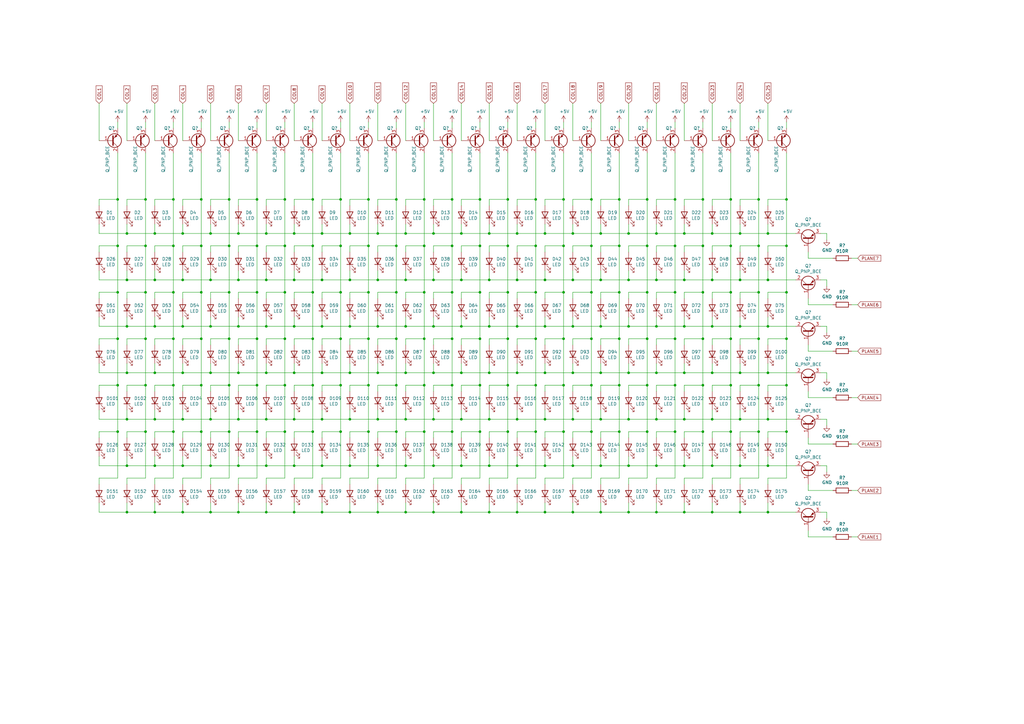
<source format=kicad_sch>
(kicad_sch (version 20200618) (host eeschema "5.99.0-unknown-1463dd1~101~ubuntu20.04.1")
  (page 1 1)
  (paper "A3")
  (junction (at 48.26 81.788))
  (junction (at 48.26 100.838))
  (junction (at 48.26 119.888))
  (junction (at 48.26 138.938))
  (junction (at 48.26 157.988))
  (junction (at 48.26 177.038))
  (junction (at 52.07 95.758))
  (junction (at 52.07 114.808))
  (junction (at 52.07 133.858))
  (junction (at 52.07 152.908))
  (junction (at 52.07 171.958))
  (junction (at 52.07 191.008))
  (junction (at 52.07 210.058))
  (junction (at 59.69 81.788))
  (junction (at 59.69 100.838))
  (junction (at 59.69 119.888))
  (junction (at 59.69 138.938))
  (junction (at 59.69 157.988))
  (junction (at 59.69 177.038))
  (junction (at 63.5 95.758))
  (junction (at 63.5 114.808))
  (junction (at 63.5 133.858))
  (junction (at 63.5 152.908))
  (junction (at 63.5 171.958))
  (junction (at 63.5 191.008))
  (junction (at 63.5 210.058))
  (junction (at 71.12 81.788))
  (junction (at 71.12 100.838))
  (junction (at 71.12 119.888))
  (junction (at 71.12 138.938))
  (junction (at 71.12 157.988))
  (junction (at 71.12 177.038))
  (junction (at 74.93 95.758))
  (junction (at 74.93 114.808))
  (junction (at 74.93 133.858))
  (junction (at 74.93 152.908))
  (junction (at 74.93 171.958))
  (junction (at 74.93 191.008))
  (junction (at 74.93 210.058))
  (junction (at 82.55 81.788))
  (junction (at 82.55 100.838))
  (junction (at 82.55 119.888))
  (junction (at 82.55 138.938))
  (junction (at 82.55 157.988))
  (junction (at 82.55 177.038))
  (junction (at 86.36 95.758))
  (junction (at 86.36 114.808))
  (junction (at 86.36 133.858))
  (junction (at 86.36 152.908))
  (junction (at 86.36 171.958))
  (junction (at 86.36 191.008))
  (junction (at 86.36 210.058))
  (junction (at 93.98 81.788))
  (junction (at 93.98 100.838))
  (junction (at 93.98 119.888))
  (junction (at 93.98 138.938))
  (junction (at 93.98 157.988))
  (junction (at 93.98 177.038))
  (junction (at 97.79 95.758))
  (junction (at 97.79 114.808))
  (junction (at 97.79 133.858))
  (junction (at 97.79 152.908))
  (junction (at 97.79 171.958))
  (junction (at 97.79 191.008))
  (junction (at 97.79 210.058))
  (junction (at 105.41 81.788))
  (junction (at 105.41 100.838))
  (junction (at 105.41 119.888))
  (junction (at 105.41 138.938))
  (junction (at 105.41 157.988))
  (junction (at 105.41 177.038))
  (junction (at 109.22 95.758))
  (junction (at 109.22 114.808))
  (junction (at 109.22 133.858))
  (junction (at 109.22 152.908))
  (junction (at 109.22 171.958))
  (junction (at 109.22 191.008))
  (junction (at 109.22 210.058))
  (junction (at 116.84 81.788))
  (junction (at 116.84 100.838))
  (junction (at 116.84 119.888))
  (junction (at 116.84 138.938))
  (junction (at 116.84 157.988))
  (junction (at 116.84 177.038))
  (junction (at 120.65 95.758))
  (junction (at 120.65 114.808))
  (junction (at 120.65 133.858))
  (junction (at 120.65 152.908))
  (junction (at 120.65 171.958))
  (junction (at 120.65 191.008))
  (junction (at 120.65 210.058))
  (junction (at 128.27 81.788))
  (junction (at 128.27 100.838))
  (junction (at 128.27 119.888))
  (junction (at 128.27 138.938))
  (junction (at 128.27 157.988))
  (junction (at 128.27 177.038))
  (junction (at 132.08 95.758))
  (junction (at 132.08 114.808))
  (junction (at 132.08 133.858))
  (junction (at 132.08 152.908))
  (junction (at 132.08 171.958))
  (junction (at 132.08 191.008))
  (junction (at 132.08 210.058))
  (junction (at 139.7 81.788))
  (junction (at 139.7 100.838))
  (junction (at 139.7 119.888))
  (junction (at 139.7 138.938))
  (junction (at 139.7 157.988))
  (junction (at 139.7 177.038))
  (junction (at 143.51 95.758))
  (junction (at 143.51 114.808))
  (junction (at 143.51 133.858))
  (junction (at 143.51 152.908))
  (junction (at 143.51 171.958))
  (junction (at 143.51 191.008))
  (junction (at 143.51 210.058))
  (junction (at 151.13 81.788))
  (junction (at 151.13 100.838))
  (junction (at 151.13 119.888))
  (junction (at 151.13 138.938))
  (junction (at 151.13 157.988))
  (junction (at 151.13 177.038))
  (junction (at 154.94 95.758))
  (junction (at 154.94 114.808))
  (junction (at 154.94 133.858))
  (junction (at 154.94 152.908))
  (junction (at 154.94 171.958))
  (junction (at 154.94 191.008))
  (junction (at 154.94 210.058))
  (junction (at 162.56 81.788))
  (junction (at 162.56 100.838))
  (junction (at 162.56 119.888))
  (junction (at 162.56 138.938))
  (junction (at 162.56 157.988))
  (junction (at 162.56 177.038))
  (junction (at 166.37 95.758))
  (junction (at 166.37 114.808))
  (junction (at 166.37 133.858))
  (junction (at 166.37 152.908))
  (junction (at 166.37 171.958))
  (junction (at 166.37 191.008))
  (junction (at 166.37 210.058))
  (junction (at 173.99 81.788))
  (junction (at 173.99 100.838))
  (junction (at 173.99 119.888))
  (junction (at 173.99 138.938))
  (junction (at 173.99 157.988))
  (junction (at 173.99 177.038))
  (junction (at 177.8 95.758))
  (junction (at 177.8 114.808))
  (junction (at 177.8 133.858))
  (junction (at 177.8 152.908))
  (junction (at 177.8 171.958))
  (junction (at 177.8 191.008))
  (junction (at 177.8 210.058))
  (junction (at 185.42 81.788))
  (junction (at 185.42 100.838))
  (junction (at 185.42 119.888))
  (junction (at 185.42 138.938))
  (junction (at 185.42 157.988))
  (junction (at 185.42 177.038))
  (junction (at 189.23 95.758))
  (junction (at 189.23 114.808))
  (junction (at 189.23 133.858))
  (junction (at 189.23 152.908))
  (junction (at 189.23 171.958))
  (junction (at 189.23 191.008))
  (junction (at 189.23 210.058))
  (junction (at 196.85 81.788))
  (junction (at 196.85 100.838))
  (junction (at 196.85 119.888))
  (junction (at 196.85 138.938))
  (junction (at 196.85 157.988))
  (junction (at 196.85 177.038))
  (junction (at 200.66 95.758))
  (junction (at 200.66 114.808))
  (junction (at 200.66 133.858))
  (junction (at 200.66 152.908))
  (junction (at 200.66 171.958))
  (junction (at 200.66 191.008))
  (junction (at 200.66 210.058))
  (junction (at 208.28 81.788))
  (junction (at 208.28 100.838))
  (junction (at 208.28 119.888))
  (junction (at 208.28 138.938))
  (junction (at 208.28 157.988))
  (junction (at 208.28 177.038))
  (junction (at 212.09 95.758))
  (junction (at 212.09 114.808))
  (junction (at 212.09 133.858))
  (junction (at 212.09 152.908))
  (junction (at 212.09 171.958))
  (junction (at 212.09 191.008))
  (junction (at 212.09 210.058))
  (junction (at 219.71 81.788))
  (junction (at 219.71 100.838))
  (junction (at 219.71 119.888))
  (junction (at 219.71 138.938))
  (junction (at 219.71 157.988))
  (junction (at 219.71 177.038))
  (junction (at 223.52 95.758))
  (junction (at 223.52 114.808))
  (junction (at 223.52 133.858))
  (junction (at 223.52 152.908))
  (junction (at 223.52 171.958))
  (junction (at 223.52 191.008))
  (junction (at 223.52 210.058))
  (junction (at 231.14 81.788))
  (junction (at 231.14 100.838))
  (junction (at 231.14 119.888))
  (junction (at 231.14 138.938))
  (junction (at 231.14 157.988))
  (junction (at 231.14 177.038))
  (junction (at 234.95 95.758))
  (junction (at 234.95 114.808))
  (junction (at 234.95 133.858))
  (junction (at 234.95 152.908))
  (junction (at 234.95 171.958))
  (junction (at 234.95 191.008))
  (junction (at 234.95 210.058))
  (junction (at 242.57 81.788))
  (junction (at 242.57 100.838))
  (junction (at 242.57 119.888))
  (junction (at 242.57 138.938))
  (junction (at 242.57 157.988))
  (junction (at 242.57 177.038))
  (junction (at 246.38 95.758))
  (junction (at 246.38 114.808))
  (junction (at 246.38 133.858))
  (junction (at 246.38 152.908))
  (junction (at 246.38 171.958))
  (junction (at 246.38 191.008))
  (junction (at 246.38 210.058))
  (junction (at 254 81.788))
  (junction (at 254 100.838))
  (junction (at 254 119.888))
  (junction (at 254 138.938))
  (junction (at 254 157.988))
  (junction (at 254 177.038))
  (junction (at 257.81 95.758))
  (junction (at 257.81 114.808))
  (junction (at 257.81 133.858))
  (junction (at 257.81 152.908))
  (junction (at 257.81 171.958))
  (junction (at 257.81 191.008))
  (junction (at 257.81 210.058))
  (junction (at 265.43 81.788))
  (junction (at 265.43 100.838))
  (junction (at 265.43 119.888))
  (junction (at 265.43 138.938))
  (junction (at 265.43 157.988))
  (junction (at 265.43 177.038))
  (junction (at 269.24 95.758))
  (junction (at 269.24 114.808))
  (junction (at 269.24 133.858))
  (junction (at 269.24 152.908))
  (junction (at 269.24 171.958))
  (junction (at 269.24 191.008))
  (junction (at 269.24 210.058))
  (junction (at 276.86 81.788))
  (junction (at 276.86 100.838))
  (junction (at 276.86 119.888))
  (junction (at 276.86 138.938))
  (junction (at 276.86 157.988))
  (junction (at 276.86 177.038))
  (junction (at 280.67 95.758))
  (junction (at 280.67 114.808))
  (junction (at 280.67 133.858))
  (junction (at 280.67 152.908))
  (junction (at 280.67 171.958))
  (junction (at 280.67 191.008))
  (junction (at 280.67 210.058))
  (junction (at 288.29 81.788))
  (junction (at 288.29 100.838))
  (junction (at 288.29 119.888))
  (junction (at 288.29 138.938))
  (junction (at 288.29 157.988))
  (junction (at 288.29 177.038))
  (junction (at 292.1 95.758))
  (junction (at 292.1 114.808))
  (junction (at 292.1 133.858))
  (junction (at 292.1 152.908))
  (junction (at 292.1 171.958))
  (junction (at 292.1 191.008))
  (junction (at 292.1 210.058))
  (junction (at 299.72 81.788))
  (junction (at 299.72 100.838))
  (junction (at 299.72 119.888))
  (junction (at 299.72 138.938))
  (junction (at 299.72 157.988))
  (junction (at 299.72 177.038))
  (junction (at 303.53 95.758))
  (junction (at 303.53 114.808))
  (junction (at 303.53 133.858))
  (junction (at 303.53 152.908))
  (junction (at 303.53 171.958))
  (junction (at 303.53 191.008))
  (junction (at 303.53 210.058))
  (junction (at 311.15 81.788))
  (junction (at 311.15 100.838))
  (junction (at 311.15 119.888))
  (junction (at 311.15 138.938))
  (junction (at 311.15 157.988))
  (junction (at 311.15 177.038))
  (junction (at 314.96 95.758))
  (junction (at 314.96 114.808))
  (junction (at 314.96 133.858))
  (junction (at 314.96 152.908))
  (junction (at 314.96 171.958))
  (junction (at 314.96 191.008))
  (junction (at 314.96 210.058))
  (junction (at 322.58 81.788))
  (junction (at 322.58 100.838))
  (junction (at 322.58 119.888))
  (junction (at 322.58 138.938))
  (junction (at 322.58 157.988))
  (junction (at 322.58 177.038))
  (wire (pts (xy 40.64 42.418) (xy 40.64 57.658)))
  (wire (pts (xy 40.64 81.788) (xy 48.26 81.788)))
  (wire (pts (xy 40.64 84.328) (xy 40.64 81.788)))
  (wire (pts (xy 40.64 91.948) (xy 40.64 95.758)))
  (wire (pts (xy 40.64 95.758) (xy 52.07 95.758)))
  (wire (pts (xy 40.64 100.838) (xy 48.26 100.838)))
  (wire (pts (xy 40.64 103.378) (xy 40.64 100.838)))
  (wire (pts (xy 40.64 110.998) (xy 40.64 114.808)))
  (wire (pts (xy 40.64 114.808) (xy 52.07 114.808)))
  (wire (pts (xy 40.64 119.888) (xy 48.26 119.888)))
  (wire (pts (xy 40.64 122.428) (xy 40.64 119.888)))
  (wire (pts (xy 40.64 130.048) (xy 40.64 133.858)))
  (wire (pts (xy 40.64 133.858) (xy 52.07 133.858)))
  (wire (pts (xy 40.64 138.938) (xy 48.26 138.938)))
  (wire (pts (xy 40.64 141.478) (xy 40.64 138.938)))
  (wire (pts (xy 40.64 149.098) (xy 40.64 152.908)))
  (wire (pts (xy 40.64 152.908) (xy 52.07 152.908)))
  (wire (pts (xy 40.64 157.988) (xy 48.26 157.988)))
  (wire (pts (xy 40.64 160.528) (xy 40.64 157.988)))
  (wire (pts (xy 40.64 168.148) (xy 40.64 171.958)))
  (wire (pts (xy 40.64 171.958) (xy 52.07 171.958)))
  (wire (pts (xy 40.64 177.038) (xy 48.26 177.038)))
  (wire (pts (xy 40.64 179.578) (xy 40.64 177.038)))
  (wire (pts (xy 40.64 187.198) (xy 40.64 191.008)))
  (wire (pts (xy 40.64 191.008) (xy 52.07 191.008)))
  (wire (pts (xy 40.64 196.088) (xy 48.26 196.088)))
  (wire (pts (xy 40.64 198.628) (xy 40.64 196.088)))
  (wire (pts (xy 40.64 206.248) (xy 40.64 210.058)))
  (wire (pts (xy 40.64 210.058) (xy 52.07 210.058)))
  (wire (pts (xy 48.26 50.038) (xy 48.26 52.578)))
  (wire (pts (xy 48.26 62.738) (xy 48.26 81.788)))
  (wire (pts (xy 48.26 81.788) (xy 48.26 100.838)))
  (wire (pts (xy 48.26 100.838) (xy 48.26 119.888)))
  (wire (pts (xy 48.26 119.888) (xy 48.26 138.938)))
  (wire (pts (xy 48.26 138.938) (xy 48.26 157.988)))
  (wire (pts (xy 48.26 157.988) (xy 48.26 177.038)))
  (wire (pts (xy 48.26 177.038) (xy 48.26 196.088)))
  (wire (pts (xy 52.07 42.418) (xy 52.07 57.658)))
  (wire (pts (xy 52.07 81.788) (xy 59.69 81.788)))
  (wire (pts (xy 52.07 84.328) (xy 52.07 81.788)))
  (wire (pts (xy 52.07 91.948) (xy 52.07 95.758)))
  (wire (pts (xy 52.07 95.758) (xy 63.5 95.758)))
  (wire (pts (xy 52.07 100.838) (xy 59.69 100.838)))
  (wire (pts (xy 52.07 103.378) (xy 52.07 100.838)))
  (wire (pts (xy 52.07 110.998) (xy 52.07 114.808)))
  (wire (pts (xy 52.07 114.808) (xy 63.5 114.808)))
  (wire (pts (xy 52.07 119.888) (xy 59.69 119.888)))
  (wire (pts (xy 52.07 122.428) (xy 52.07 119.888)))
  (wire (pts (xy 52.07 130.048) (xy 52.07 133.858)))
  (wire (pts (xy 52.07 133.858) (xy 63.5 133.858)))
  (wire (pts (xy 52.07 138.938) (xy 59.69 138.938)))
  (wire (pts (xy 52.07 141.478) (xy 52.07 138.938)))
  (wire (pts (xy 52.07 149.098) (xy 52.07 152.908)))
  (wire (pts (xy 52.07 152.908) (xy 63.5 152.908)))
  (wire (pts (xy 52.07 157.988) (xy 59.69 157.988)))
  (wire (pts (xy 52.07 160.528) (xy 52.07 157.988)))
  (wire (pts (xy 52.07 168.148) (xy 52.07 171.958)))
  (wire (pts (xy 52.07 171.958) (xy 63.5 171.958)))
  (wire (pts (xy 52.07 177.038) (xy 59.69 177.038)))
  (wire (pts (xy 52.07 179.578) (xy 52.07 177.038)))
  (wire (pts (xy 52.07 187.198) (xy 52.07 191.008)))
  (wire (pts (xy 52.07 191.008) (xy 63.5 191.008)))
  (wire (pts (xy 52.07 196.088) (xy 59.69 196.088)))
  (wire (pts (xy 52.07 198.628) (xy 52.07 196.088)))
  (wire (pts (xy 52.07 206.248) (xy 52.07 210.058)))
  (wire (pts (xy 52.07 210.058) (xy 63.5 210.058)))
  (wire (pts (xy 59.69 50.038) (xy 59.69 52.578)))
  (wire (pts (xy 59.69 62.738) (xy 59.69 81.788)))
  (wire (pts (xy 59.69 81.788) (xy 59.69 100.838)))
  (wire (pts (xy 59.69 100.838) (xy 59.69 119.888)))
  (wire (pts (xy 59.69 119.888) (xy 59.69 138.938)))
  (wire (pts (xy 59.69 138.938) (xy 59.69 157.988)))
  (wire (pts (xy 59.69 157.988) (xy 59.69 177.038)))
  (wire (pts (xy 59.69 177.038) (xy 59.69 196.088)))
  (wire (pts (xy 63.5 42.418) (xy 63.5 57.658)))
  (wire (pts (xy 63.5 81.788) (xy 71.12 81.788)))
  (wire (pts (xy 63.5 84.328) (xy 63.5 81.788)))
  (wire (pts (xy 63.5 91.948) (xy 63.5 95.758)))
  (wire (pts (xy 63.5 95.758) (xy 74.93 95.758)))
  (wire (pts (xy 63.5 100.838) (xy 71.12 100.838)))
  (wire (pts (xy 63.5 103.378) (xy 63.5 100.838)))
  (wire (pts (xy 63.5 110.998) (xy 63.5 114.808)))
  (wire (pts (xy 63.5 114.808) (xy 74.93 114.808)))
  (wire (pts (xy 63.5 119.888) (xy 71.12 119.888)))
  (wire (pts (xy 63.5 122.428) (xy 63.5 119.888)))
  (wire (pts (xy 63.5 130.048) (xy 63.5 133.858)))
  (wire (pts (xy 63.5 133.858) (xy 74.93 133.858)))
  (wire (pts (xy 63.5 138.938) (xy 71.12 138.938)))
  (wire (pts (xy 63.5 141.478) (xy 63.5 138.938)))
  (wire (pts (xy 63.5 149.098) (xy 63.5 152.908)))
  (wire (pts (xy 63.5 152.908) (xy 74.93 152.908)))
  (wire (pts (xy 63.5 157.988) (xy 71.12 157.988)))
  (wire (pts (xy 63.5 160.528) (xy 63.5 157.988)))
  (wire (pts (xy 63.5 168.148) (xy 63.5 171.958)))
  (wire (pts (xy 63.5 171.958) (xy 74.93 171.958)))
  (wire (pts (xy 63.5 177.038) (xy 71.12 177.038)))
  (wire (pts (xy 63.5 179.578) (xy 63.5 177.038)))
  (wire (pts (xy 63.5 187.198) (xy 63.5 191.008)))
  (wire (pts (xy 63.5 191.008) (xy 74.93 191.008)))
  (wire (pts (xy 63.5 196.088) (xy 71.12 196.088)))
  (wire (pts (xy 63.5 198.628) (xy 63.5 196.088)))
  (wire (pts (xy 63.5 206.248) (xy 63.5 210.058)))
  (wire (pts (xy 63.5 210.058) (xy 74.93 210.058)))
  (wire (pts (xy 71.12 50.038) (xy 71.12 52.578)))
  (wire (pts (xy 71.12 62.738) (xy 71.12 81.788)))
  (wire (pts (xy 71.12 81.788) (xy 71.12 100.838)))
  (wire (pts (xy 71.12 100.838) (xy 71.12 119.888)))
  (wire (pts (xy 71.12 119.888) (xy 71.12 138.938)))
  (wire (pts (xy 71.12 138.938) (xy 71.12 157.988)))
  (wire (pts (xy 71.12 157.988) (xy 71.12 177.038)))
  (wire (pts (xy 71.12 177.038) (xy 71.12 196.088)))
  (wire (pts (xy 74.93 42.418) (xy 74.93 57.658)))
  (wire (pts (xy 74.93 81.788) (xy 82.55 81.788)))
  (wire (pts (xy 74.93 84.328) (xy 74.93 81.788)))
  (wire (pts (xy 74.93 91.948) (xy 74.93 95.758)))
  (wire (pts (xy 74.93 95.758) (xy 86.36 95.758)))
  (wire (pts (xy 74.93 100.838) (xy 82.55 100.838)))
  (wire (pts (xy 74.93 103.378) (xy 74.93 100.838)))
  (wire (pts (xy 74.93 110.998) (xy 74.93 114.808)))
  (wire (pts (xy 74.93 114.808) (xy 86.36 114.808)))
  (wire (pts (xy 74.93 119.888) (xy 82.55 119.888)))
  (wire (pts (xy 74.93 122.428) (xy 74.93 119.888)))
  (wire (pts (xy 74.93 130.048) (xy 74.93 133.858)))
  (wire (pts (xy 74.93 133.858) (xy 86.36 133.858)))
  (wire (pts (xy 74.93 138.938) (xy 82.55 138.938)))
  (wire (pts (xy 74.93 141.478) (xy 74.93 138.938)))
  (wire (pts (xy 74.93 149.098) (xy 74.93 152.908)))
  (wire (pts (xy 74.93 152.908) (xy 86.36 152.908)))
  (wire (pts (xy 74.93 157.988) (xy 82.55 157.988)))
  (wire (pts (xy 74.93 160.528) (xy 74.93 157.988)))
  (wire (pts (xy 74.93 168.148) (xy 74.93 171.958)))
  (wire (pts (xy 74.93 171.958) (xy 86.36 171.958)))
  (wire (pts (xy 74.93 177.038) (xy 82.55 177.038)))
  (wire (pts (xy 74.93 179.578) (xy 74.93 177.038)))
  (wire (pts (xy 74.93 187.198) (xy 74.93 191.008)))
  (wire (pts (xy 74.93 191.008) (xy 86.36 191.008)))
  (wire (pts (xy 74.93 196.088) (xy 82.55 196.088)))
  (wire (pts (xy 74.93 198.628) (xy 74.93 196.088)))
  (wire (pts (xy 74.93 206.248) (xy 74.93 210.058)))
  (wire (pts (xy 74.93 210.058) (xy 86.36 210.058)))
  (wire (pts (xy 82.55 50.038) (xy 82.55 52.578)))
  (wire (pts (xy 82.55 62.738) (xy 82.55 81.788)))
  (wire (pts (xy 82.55 81.788) (xy 82.55 100.838)))
  (wire (pts (xy 82.55 100.838) (xy 82.55 119.888)))
  (wire (pts (xy 82.55 119.888) (xy 82.55 138.938)))
  (wire (pts (xy 82.55 138.938) (xy 82.55 157.988)))
  (wire (pts (xy 82.55 157.988) (xy 82.55 177.038)))
  (wire (pts (xy 82.55 177.038) (xy 82.55 196.088)))
  (wire (pts (xy 86.36 42.418) (xy 86.36 57.658)))
  (wire (pts (xy 86.36 81.788) (xy 93.98 81.788)))
  (wire (pts (xy 86.36 84.328) (xy 86.36 81.788)))
  (wire (pts (xy 86.36 91.948) (xy 86.36 95.758)))
  (wire (pts (xy 86.36 95.758) (xy 97.79 95.758)))
  (wire (pts (xy 86.36 100.838) (xy 93.98 100.838)))
  (wire (pts (xy 86.36 103.378) (xy 86.36 100.838)))
  (wire (pts (xy 86.36 110.998) (xy 86.36 114.808)))
  (wire (pts (xy 86.36 114.808) (xy 97.79 114.808)))
  (wire (pts (xy 86.36 119.888) (xy 93.98 119.888)))
  (wire (pts (xy 86.36 122.428) (xy 86.36 119.888)))
  (wire (pts (xy 86.36 130.048) (xy 86.36 133.858)))
  (wire (pts (xy 86.36 133.858) (xy 97.79 133.858)))
  (wire (pts (xy 86.36 138.938) (xy 93.98 138.938)))
  (wire (pts (xy 86.36 141.478) (xy 86.36 138.938)))
  (wire (pts (xy 86.36 149.098) (xy 86.36 152.908)))
  (wire (pts (xy 86.36 152.908) (xy 97.79 152.908)))
  (wire (pts (xy 86.36 157.988) (xy 93.98 157.988)))
  (wire (pts (xy 86.36 160.528) (xy 86.36 157.988)))
  (wire (pts (xy 86.36 168.148) (xy 86.36 171.958)))
  (wire (pts (xy 86.36 171.958) (xy 97.79 171.958)))
  (wire (pts (xy 86.36 177.038) (xy 93.98 177.038)))
  (wire (pts (xy 86.36 179.578) (xy 86.36 177.038)))
  (wire (pts (xy 86.36 187.198) (xy 86.36 191.008)))
  (wire (pts (xy 86.36 191.008) (xy 97.79 191.008)))
  (wire (pts (xy 86.36 196.088) (xy 93.98 196.088)))
  (wire (pts (xy 86.36 198.628) (xy 86.36 196.088)))
  (wire (pts (xy 86.36 206.248) (xy 86.36 210.058)))
  (wire (pts (xy 86.36 210.058) (xy 97.79 210.058)))
  (wire (pts (xy 93.98 50.038) (xy 93.98 52.578)))
  (wire (pts (xy 93.98 62.738) (xy 93.98 81.788)))
  (wire (pts (xy 93.98 81.788) (xy 93.98 100.838)))
  (wire (pts (xy 93.98 100.838) (xy 93.98 119.888)))
  (wire (pts (xy 93.98 119.888) (xy 93.98 138.938)))
  (wire (pts (xy 93.98 138.938) (xy 93.98 157.988)))
  (wire (pts (xy 93.98 157.988) (xy 93.98 177.038)))
  (wire (pts (xy 93.98 177.038) (xy 93.98 196.088)))
  (wire (pts (xy 97.79 42.418) (xy 97.79 57.658)))
  (wire (pts (xy 97.79 81.788) (xy 105.41 81.788)))
  (wire (pts (xy 97.79 84.328) (xy 97.79 81.788)))
  (wire (pts (xy 97.79 91.948) (xy 97.79 95.758)))
  (wire (pts (xy 97.79 95.758) (xy 109.22 95.758)))
  (wire (pts (xy 97.79 100.838) (xy 105.41 100.838)))
  (wire (pts (xy 97.79 103.378) (xy 97.79 100.838)))
  (wire (pts (xy 97.79 110.998) (xy 97.79 114.808)))
  (wire (pts (xy 97.79 114.808) (xy 109.22 114.808)))
  (wire (pts (xy 97.79 119.888) (xy 105.41 119.888)))
  (wire (pts (xy 97.79 122.428) (xy 97.79 119.888)))
  (wire (pts (xy 97.79 130.048) (xy 97.79 133.858)))
  (wire (pts (xy 97.79 133.858) (xy 109.22 133.858)))
  (wire (pts (xy 97.79 138.938) (xy 105.41 138.938)))
  (wire (pts (xy 97.79 141.478) (xy 97.79 138.938)))
  (wire (pts (xy 97.79 149.098) (xy 97.79 152.908)))
  (wire (pts (xy 97.79 152.908) (xy 109.22 152.908)))
  (wire (pts (xy 97.79 157.988) (xy 105.41 157.988)))
  (wire (pts (xy 97.79 160.528) (xy 97.79 157.988)))
  (wire (pts (xy 97.79 168.148) (xy 97.79 171.958)))
  (wire (pts (xy 97.79 171.958) (xy 109.22 171.958)))
  (wire (pts (xy 97.79 177.038) (xy 105.41 177.038)))
  (wire (pts (xy 97.79 179.578) (xy 97.79 177.038)))
  (wire (pts (xy 97.79 187.198) (xy 97.79 191.008)))
  (wire (pts (xy 97.79 191.008) (xy 109.22 191.008)))
  (wire (pts (xy 97.79 196.088) (xy 105.41 196.088)))
  (wire (pts (xy 97.79 198.628) (xy 97.79 196.088)))
  (wire (pts (xy 97.79 206.248) (xy 97.79 210.058)))
  (wire (pts (xy 97.79 210.058) (xy 109.22 210.058)))
  (wire (pts (xy 105.41 50.038) (xy 105.41 52.578)))
  (wire (pts (xy 105.41 62.738) (xy 105.41 81.788)))
  (wire (pts (xy 105.41 81.788) (xy 105.41 100.838)))
  (wire (pts (xy 105.41 100.838) (xy 105.41 119.888)))
  (wire (pts (xy 105.41 119.888) (xy 105.41 138.938)))
  (wire (pts (xy 105.41 138.938) (xy 105.41 157.988)))
  (wire (pts (xy 105.41 157.988) (xy 105.41 177.038)))
  (wire (pts (xy 105.41 177.038) (xy 105.41 196.088)))
  (wire (pts (xy 109.22 42.418) (xy 109.22 57.658)))
  (wire (pts (xy 109.22 81.788) (xy 116.84 81.788)))
  (wire (pts (xy 109.22 84.328) (xy 109.22 81.788)))
  (wire (pts (xy 109.22 91.948) (xy 109.22 95.758)))
  (wire (pts (xy 109.22 95.758) (xy 120.65 95.758)))
  (wire (pts (xy 109.22 100.838) (xy 116.84 100.838)))
  (wire (pts (xy 109.22 103.378) (xy 109.22 100.838)))
  (wire (pts (xy 109.22 110.998) (xy 109.22 114.808)))
  (wire (pts (xy 109.22 114.808) (xy 120.65 114.808)))
  (wire (pts (xy 109.22 119.888) (xy 116.84 119.888)))
  (wire (pts (xy 109.22 122.428) (xy 109.22 119.888)))
  (wire (pts (xy 109.22 130.048) (xy 109.22 133.858)))
  (wire (pts (xy 109.22 133.858) (xy 120.65 133.858)))
  (wire (pts (xy 109.22 138.938) (xy 116.84 138.938)))
  (wire (pts (xy 109.22 141.478) (xy 109.22 138.938)))
  (wire (pts (xy 109.22 149.098) (xy 109.22 152.908)))
  (wire (pts (xy 109.22 152.908) (xy 120.65 152.908)))
  (wire (pts (xy 109.22 157.988) (xy 116.84 157.988)))
  (wire (pts (xy 109.22 160.528) (xy 109.22 157.988)))
  (wire (pts (xy 109.22 168.148) (xy 109.22 171.958)))
  (wire (pts (xy 109.22 171.958) (xy 120.65 171.958)))
  (wire (pts (xy 109.22 177.038) (xy 116.84 177.038)))
  (wire (pts (xy 109.22 179.578) (xy 109.22 177.038)))
  (wire (pts (xy 109.22 187.198) (xy 109.22 191.008)))
  (wire (pts (xy 109.22 191.008) (xy 120.65 191.008)))
  (wire (pts (xy 109.22 196.088) (xy 116.84 196.088)))
  (wire (pts (xy 109.22 198.628) (xy 109.22 196.088)))
  (wire (pts (xy 109.22 206.248) (xy 109.22 210.058)))
  (wire (pts (xy 109.22 210.058) (xy 120.65 210.058)))
  (wire (pts (xy 116.84 50.038) (xy 116.84 52.578)))
  (wire (pts (xy 116.84 62.738) (xy 116.84 81.788)))
  (wire (pts (xy 116.84 81.788) (xy 116.84 100.838)))
  (wire (pts (xy 116.84 100.838) (xy 116.84 119.888)))
  (wire (pts (xy 116.84 119.888) (xy 116.84 138.938)))
  (wire (pts (xy 116.84 138.938) (xy 116.84 157.988)))
  (wire (pts (xy 116.84 157.988) (xy 116.84 177.038)))
  (wire (pts (xy 116.84 177.038) (xy 116.84 196.088)))
  (wire (pts (xy 120.65 42.418) (xy 120.65 57.658)))
  (wire (pts (xy 120.65 81.788) (xy 128.27 81.788)))
  (wire (pts (xy 120.65 84.328) (xy 120.65 81.788)))
  (wire (pts (xy 120.65 91.948) (xy 120.65 95.758)))
  (wire (pts (xy 120.65 95.758) (xy 132.08 95.758)))
  (wire (pts (xy 120.65 100.838) (xy 128.27 100.838)))
  (wire (pts (xy 120.65 103.378) (xy 120.65 100.838)))
  (wire (pts (xy 120.65 110.998) (xy 120.65 114.808)))
  (wire (pts (xy 120.65 114.808) (xy 132.08 114.808)))
  (wire (pts (xy 120.65 119.888) (xy 128.27 119.888)))
  (wire (pts (xy 120.65 122.428) (xy 120.65 119.888)))
  (wire (pts (xy 120.65 130.048) (xy 120.65 133.858)))
  (wire (pts (xy 120.65 133.858) (xy 132.08 133.858)))
  (wire (pts (xy 120.65 138.938) (xy 128.27 138.938)))
  (wire (pts (xy 120.65 141.478) (xy 120.65 138.938)))
  (wire (pts (xy 120.65 149.098) (xy 120.65 152.908)))
  (wire (pts (xy 120.65 152.908) (xy 132.08 152.908)))
  (wire (pts (xy 120.65 157.988) (xy 128.27 157.988)))
  (wire (pts (xy 120.65 160.528) (xy 120.65 157.988)))
  (wire (pts (xy 120.65 168.148) (xy 120.65 171.958)))
  (wire (pts (xy 120.65 171.958) (xy 132.08 171.958)))
  (wire (pts (xy 120.65 177.038) (xy 128.27 177.038)))
  (wire (pts (xy 120.65 179.578) (xy 120.65 177.038)))
  (wire (pts (xy 120.65 187.198) (xy 120.65 191.008)))
  (wire (pts (xy 120.65 191.008) (xy 132.08 191.008)))
  (wire (pts (xy 120.65 196.088) (xy 128.27 196.088)))
  (wire (pts (xy 120.65 198.628) (xy 120.65 196.088)))
  (wire (pts (xy 120.65 206.248) (xy 120.65 210.058)))
  (wire (pts (xy 120.65 210.058) (xy 132.08 210.058)))
  (wire (pts (xy 128.27 50.038) (xy 128.27 52.578)))
  (wire (pts (xy 128.27 62.738) (xy 128.27 81.788)))
  (wire (pts (xy 128.27 81.788) (xy 128.27 100.838)))
  (wire (pts (xy 128.27 100.838) (xy 128.27 119.888)))
  (wire (pts (xy 128.27 119.888) (xy 128.27 138.938)))
  (wire (pts (xy 128.27 138.938) (xy 128.27 157.988)))
  (wire (pts (xy 128.27 157.988) (xy 128.27 177.038)))
  (wire (pts (xy 128.27 177.038) (xy 128.27 196.088)))
  (wire (pts (xy 132.08 42.418) (xy 132.08 57.658)))
  (wire (pts (xy 132.08 81.788) (xy 139.7 81.788)))
  (wire (pts (xy 132.08 84.328) (xy 132.08 81.788)))
  (wire (pts (xy 132.08 91.948) (xy 132.08 95.758)))
  (wire (pts (xy 132.08 95.758) (xy 143.51 95.758)))
  (wire (pts (xy 132.08 100.838) (xy 139.7 100.838)))
  (wire (pts (xy 132.08 103.378) (xy 132.08 100.838)))
  (wire (pts (xy 132.08 110.998) (xy 132.08 114.808)))
  (wire (pts (xy 132.08 114.808) (xy 143.51 114.808)))
  (wire (pts (xy 132.08 119.888) (xy 139.7 119.888)))
  (wire (pts (xy 132.08 122.428) (xy 132.08 119.888)))
  (wire (pts (xy 132.08 130.048) (xy 132.08 133.858)))
  (wire (pts (xy 132.08 133.858) (xy 143.51 133.858)))
  (wire (pts (xy 132.08 138.938) (xy 139.7 138.938)))
  (wire (pts (xy 132.08 141.478) (xy 132.08 138.938)))
  (wire (pts (xy 132.08 149.098) (xy 132.08 152.908)))
  (wire (pts (xy 132.08 152.908) (xy 143.51 152.908)))
  (wire (pts (xy 132.08 157.988) (xy 139.7 157.988)))
  (wire (pts (xy 132.08 160.528) (xy 132.08 157.988)))
  (wire (pts (xy 132.08 168.148) (xy 132.08 171.958)))
  (wire (pts (xy 132.08 171.958) (xy 143.51 171.958)))
  (wire (pts (xy 132.08 177.038) (xy 139.7 177.038)))
  (wire (pts (xy 132.08 179.578) (xy 132.08 177.038)))
  (wire (pts (xy 132.08 187.198) (xy 132.08 191.008)))
  (wire (pts (xy 132.08 191.008) (xy 143.51 191.008)))
  (wire (pts (xy 132.08 196.088) (xy 139.7 196.088)))
  (wire (pts (xy 132.08 198.628) (xy 132.08 196.088)))
  (wire (pts (xy 132.08 206.248) (xy 132.08 210.058)))
  (wire (pts (xy 132.08 210.058) (xy 143.51 210.058)))
  (wire (pts (xy 139.7 50.038) (xy 139.7 52.578)))
  (wire (pts (xy 139.7 62.738) (xy 139.7 81.788)))
  (wire (pts (xy 139.7 81.788) (xy 139.7 100.838)))
  (wire (pts (xy 139.7 100.838) (xy 139.7 119.888)))
  (wire (pts (xy 139.7 119.888) (xy 139.7 138.938)))
  (wire (pts (xy 139.7 138.938) (xy 139.7 157.988)))
  (wire (pts (xy 139.7 157.988) (xy 139.7 177.038)))
  (wire (pts (xy 139.7 177.038) (xy 139.7 196.088)))
  (wire (pts (xy 143.51 42.418) (xy 143.51 57.658)))
  (wire (pts (xy 143.51 81.788) (xy 151.13 81.788)))
  (wire (pts (xy 143.51 84.328) (xy 143.51 81.788)))
  (wire (pts (xy 143.51 91.948) (xy 143.51 95.758)))
  (wire (pts (xy 143.51 95.758) (xy 154.94 95.758)))
  (wire (pts (xy 143.51 100.838) (xy 151.13 100.838)))
  (wire (pts (xy 143.51 103.378) (xy 143.51 100.838)))
  (wire (pts (xy 143.51 110.998) (xy 143.51 114.808)))
  (wire (pts (xy 143.51 114.808) (xy 154.94 114.808)))
  (wire (pts (xy 143.51 119.888) (xy 151.13 119.888)))
  (wire (pts (xy 143.51 122.428) (xy 143.51 119.888)))
  (wire (pts (xy 143.51 130.048) (xy 143.51 133.858)))
  (wire (pts (xy 143.51 133.858) (xy 154.94 133.858)))
  (wire (pts (xy 143.51 138.938) (xy 151.13 138.938)))
  (wire (pts (xy 143.51 141.478) (xy 143.51 138.938)))
  (wire (pts (xy 143.51 149.098) (xy 143.51 152.908)))
  (wire (pts (xy 143.51 152.908) (xy 154.94 152.908)))
  (wire (pts (xy 143.51 157.988) (xy 151.13 157.988)))
  (wire (pts (xy 143.51 160.528) (xy 143.51 157.988)))
  (wire (pts (xy 143.51 168.148) (xy 143.51 171.958)))
  (wire (pts (xy 143.51 171.958) (xy 154.94 171.958)))
  (wire (pts (xy 143.51 177.038) (xy 151.13 177.038)))
  (wire (pts (xy 143.51 179.578) (xy 143.51 177.038)))
  (wire (pts (xy 143.51 187.198) (xy 143.51 191.008)))
  (wire (pts (xy 143.51 191.008) (xy 154.94 191.008)))
  (wire (pts (xy 143.51 196.088) (xy 151.13 196.088)))
  (wire (pts (xy 143.51 198.628) (xy 143.51 196.088)))
  (wire (pts (xy 143.51 206.248) (xy 143.51 210.058)))
  (wire (pts (xy 143.51 210.058) (xy 154.94 210.058)))
  (wire (pts (xy 151.13 50.038) (xy 151.13 52.578)))
  (wire (pts (xy 151.13 62.738) (xy 151.13 81.788)))
  (wire (pts (xy 151.13 81.788) (xy 151.13 100.838)))
  (wire (pts (xy 151.13 100.838) (xy 151.13 119.888)))
  (wire (pts (xy 151.13 119.888) (xy 151.13 138.938)))
  (wire (pts (xy 151.13 138.938) (xy 151.13 157.988)))
  (wire (pts (xy 151.13 157.988) (xy 151.13 177.038)))
  (wire (pts (xy 151.13 177.038) (xy 151.13 196.088)))
  (wire (pts (xy 154.94 42.418) (xy 154.94 57.658)))
  (wire (pts (xy 154.94 81.788) (xy 162.56 81.788)))
  (wire (pts (xy 154.94 84.328) (xy 154.94 81.788)))
  (wire (pts (xy 154.94 91.948) (xy 154.94 95.758)))
  (wire (pts (xy 154.94 95.758) (xy 166.37 95.758)))
  (wire (pts (xy 154.94 100.838) (xy 162.56 100.838)))
  (wire (pts (xy 154.94 103.378) (xy 154.94 100.838)))
  (wire (pts (xy 154.94 110.998) (xy 154.94 114.808)))
  (wire (pts (xy 154.94 114.808) (xy 166.37 114.808)))
  (wire (pts (xy 154.94 119.888) (xy 162.56 119.888)))
  (wire (pts (xy 154.94 122.428) (xy 154.94 119.888)))
  (wire (pts (xy 154.94 130.048) (xy 154.94 133.858)))
  (wire (pts (xy 154.94 133.858) (xy 166.37 133.858)))
  (wire (pts (xy 154.94 138.938) (xy 162.56 138.938)))
  (wire (pts (xy 154.94 141.478) (xy 154.94 138.938)))
  (wire (pts (xy 154.94 149.098) (xy 154.94 152.908)))
  (wire (pts (xy 154.94 152.908) (xy 166.37 152.908)))
  (wire (pts (xy 154.94 157.988) (xy 162.56 157.988)))
  (wire (pts (xy 154.94 160.528) (xy 154.94 157.988)))
  (wire (pts (xy 154.94 168.148) (xy 154.94 171.958)))
  (wire (pts (xy 154.94 171.958) (xy 166.37 171.958)))
  (wire (pts (xy 154.94 177.038) (xy 162.56 177.038)))
  (wire (pts (xy 154.94 179.578) (xy 154.94 177.038)))
  (wire (pts (xy 154.94 187.198) (xy 154.94 191.008)))
  (wire (pts (xy 154.94 191.008) (xy 166.37 191.008)))
  (wire (pts (xy 154.94 196.088) (xy 162.56 196.088)))
  (wire (pts (xy 154.94 198.628) (xy 154.94 196.088)))
  (wire (pts (xy 154.94 206.248) (xy 154.94 210.058)))
  (wire (pts (xy 154.94 210.058) (xy 166.37 210.058)))
  (wire (pts (xy 162.56 50.038) (xy 162.56 52.578)))
  (wire (pts (xy 162.56 62.738) (xy 162.56 81.788)))
  (wire (pts (xy 162.56 81.788) (xy 162.56 100.838)))
  (wire (pts (xy 162.56 100.838) (xy 162.56 119.888)))
  (wire (pts (xy 162.56 119.888) (xy 162.56 138.938)))
  (wire (pts (xy 162.56 138.938) (xy 162.56 157.988)))
  (wire (pts (xy 162.56 157.988) (xy 162.56 177.038)))
  (wire (pts (xy 162.56 177.038) (xy 162.56 196.088)))
  (wire (pts (xy 166.37 42.418) (xy 166.37 57.658)))
  (wire (pts (xy 166.37 81.788) (xy 173.99 81.788)))
  (wire (pts (xy 166.37 84.328) (xy 166.37 81.788)))
  (wire (pts (xy 166.37 91.948) (xy 166.37 95.758)))
  (wire (pts (xy 166.37 95.758) (xy 177.8 95.758)))
  (wire (pts (xy 166.37 100.838) (xy 173.99 100.838)))
  (wire (pts (xy 166.37 103.378) (xy 166.37 100.838)))
  (wire (pts (xy 166.37 110.998) (xy 166.37 114.808)))
  (wire (pts (xy 166.37 114.808) (xy 177.8 114.808)))
  (wire (pts (xy 166.37 119.888) (xy 173.99 119.888)))
  (wire (pts (xy 166.37 122.428) (xy 166.37 119.888)))
  (wire (pts (xy 166.37 130.048) (xy 166.37 133.858)))
  (wire (pts (xy 166.37 133.858) (xy 177.8 133.858)))
  (wire (pts (xy 166.37 138.938) (xy 173.99 138.938)))
  (wire (pts (xy 166.37 141.478) (xy 166.37 138.938)))
  (wire (pts (xy 166.37 149.098) (xy 166.37 152.908)))
  (wire (pts (xy 166.37 152.908) (xy 177.8 152.908)))
  (wire (pts (xy 166.37 157.988) (xy 173.99 157.988)))
  (wire (pts (xy 166.37 160.528) (xy 166.37 157.988)))
  (wire (pts (xy 166.37 168.148) (xy 166.37 171.958)))
  (wire (pts (xy 166.37 171.958) (xy 177.8 171.958)))
  (wire (pts (xy 166.37 177.038) (xy 173.99 177.038)))
  (wire (pts (xy 166.37 179.578) (xy 166.37 177.038)))
  (wire (pts (xy 166.37 187.198) (xy 166.37 191.008)))
  (wire (pts (xy 166.37 191.008) (xy 177.8 191.008)))
  (wire (pts (xy 166.37 196.088) (xy 173.99 196.088)))
  (wire (pts (xy 166.37 198.628) (xy 166.37 196.088)))
  (wire (pts (xy 166.37 206.248) (xy 166.37 210.058)))
  (wire (pts (xy 166.37 210.058) (xy 177.8 210.058)))
  (wire (pts (xy 173.99 50.038) (xy 173.99 52.578)))
  (wire (pts (xy 173.99 62.738) (xy 173.99 81.788)))
  (wire (pts (xy 173.99 81.788) (xy 173.99 100.838)))
  (wire (pts (xy 173.99 100.838) (xy 173.99 119.888)))
  (wire (pts (xy 173.99 119.888) (xy 173.99 138.938)))
  (wire (pts (xy 173.99 138.938) (xy 173.99 157.988)))
  (wire (pts (xy 173.99 157.988) (xy 173.99 177.038)))
  (wire (pts (xy 173.99 177.038) (xy 173.99 196.088)))
  (wire (pts (xy 177.8 42.418) (xy 177.8 57.658)))
  (wire (pts (xy 177.8 81.788) (xy 185.42 81.788)))
  (wire (pts (xy 177.8 84.328) (xy 177.8 81.788)))
  (wire (pts (xy 177.8 91.948) (xy 177.8 95.758)))
  (wire (pts (xy 177.8 95.758) (xy 189.23 95.758)))
  (wire (pts (xy 177.8 100.838) (xy 185.42 100.838)))
  (wire (pts (xy 177.8 103.378) (xy 177.8 100.838)))
  (wire (pts (xy 177.8 110.998) (xy 177.8 114.808)))
  (wire (pts (xy 177.8 114.808) (xy 189.23 114.808)))
  (wire (pts (xy 177.8 119.888) (xy 185.42 119.888)))
  (wire (pts (xy 177.8 122.428) (xy 177.8 119.888)))
  (wire (pts (xy 177.8 130.048) (xy 177.8 133.858)))
  (wire (pts (xy 177.8 133.858) (xy 189.23 133.858)))
  (wire (pts (xy 177.8 138.938) (xy 185.42 138.938)))
  (wire (pts (xy 177.8 141.478) (xy 177.8 138.938)))
  (wire (pts (xy 177.8 149.098) (xy 177.8 152.908)))
  (wire (pts (xy 177.8 152.908) (xy 189.23 152.908)))
  (wire (pts (xy 177.8 157.988) (xy 185.42 157.988)))
  (wire (pts (xy 177.8 160.528) (xy 177.8 157.988)))
  (wire (pts (xy 177.8 168.148) (xy 177.8 171.958)))
  (wire (pts (xy 177.8 171.958) (xy 189.23 171.958)))
  (wire (pts (xy 177.8 177.038) (xy 185.42 177.038)))
  (wire (pts (xy 177.8 179.578) (xy 177.8 177.038)))
  (wire (pts (xy 177.8 187.198) (xy 177.8 191.008)))
  (wire (pts (xy 177.8 191.008) (xy 189.23 191.008)))
  (wire (pts (xy 177.8 196.088) (xy 185.42 196.088)))
  (wire (pts (xy 177.8 198.628) (xy 177.8 196.088)))
  (wire (pts (xy 177.8 206.248) (xy 177.8 210.058)))
  (wire (pts (xy 177.8 210.058) (xy 189.23 210.058)))
  (wire (pts (xy 185.42 50.038) (xy 185.42 52.578)))
  (wire (pts (xy 185.42 62.738) (xy 185.42 81.788)))
  (wire (pts (xy 185.42 81.788) (xy 185.42 100.838)))
  (wire (pts (xy 185.42 100.838) (xy 185.42 119.888)))
  (wire (pts (xy 185.42 119.888) (xy 185.42 138.938)))
  (wire (pts (xy 185.42 138.938) (xy 185.42 157.988)))
  (wire (pts (xy 185.42 157.988) (xy 185.42 177.038)))
  (wire (pts (xy 185.42 177.038) (xy 185.42 196.088)))
  (wire (pts (xy 189.23 42.418) (xy 189.23 57.658)))
  (wire (pts (xy 189.23 81.788) (xy 196.85 81.788)))
  (wire (pts (xy 189.23 84.328) (xy 189.23 81.788)))
  (wire (pts (xy 189.23 91.948) (xy 189.23 95.758)))
  (wire (pts (xy 189.23 95.758) (xy 200.66 95.758)))
  (wire (pts (xy 189.23 100.838) (xy 196.85 100.838)))
  (wire (pts (xy 189.23 103.378) (xy 189.23 100.838)))
  (wire (pts (xy 189.23 110.998) (xy 189.23 114.808)))
  (wire (pts (xy 189.23 114.808) (xy 200.66 114.808)))
  (wire (pts (xy 189.23 119.888) (xy 196.85 119.888)))
  (wire (pts (xy 189.23 122.428) (xy 189.23 119.888)))
  (wire (pts (xy 189.23 130.048) (xy 189.23 133.858)))
  (wire (pts (xy 189.23 133.858) (xy 200.66 133.858)))
  (wire (pts (xy 189.23 138.938) (xy 196.85 138.938)))
  (wire (pts (xy 189.23 141.478) (xy 189.23 138.938)))
  (wire (pts (xy 189.23 149.098) (xy 189.23 152.908)))
  (wire (pts (xy 189.23 152.908) (xy 200.66 152.908)))
  (wire (pts (xy 189.23 157.988) (xy 196.85 157.988)))
  (wire (pts (xy 189.23 160.528) (xy 189.23 157.988)))
  (wire (pts (xy 189.23 168.148) (xy 189.23 171.958)))
  (wire (pts (xy 189.23 171.958) (xy 200.66 171.958)))
  (wire (pts (xy 189.23 177.038) (xy 196.85 177.038)))
  (wire (pts (xy 189.23 179.578) (xy 189.23 177.038)))
  (wire (pts (xy 189.23 187.198) (xy 189.23 191.008)))
  (wire (pts (xy 189.23 191.008) (xy 200.66 191.008)))
  (wire (pts (xy 189.23 196.088) (xy 196.85 196.088)))
  (wire (pts (xy 189.23 198.628) (xy 189.23 196.088)))
  (wire (pts (xy 189.23 206.248) (xy 189.23 210.058)))
  (wire (pts (xy 189.23 210.058) (xy 200.66 210.058)))
  (wire (pts (xy 196.85 50.038) (xy 196.85 52.578)))
  (wire (pts (xy 196.85 62.738) (xy 196.85 81.788)))
  (wire (pts (xy 196.85 81.788) (xy 196.85 100.838)))
  (wire (pts (xy 196.85 100.838) (xy 196.85 119.888)))
  (wire (pts (xy 196.85 119.888) (xy 196.85 138.938)))
  (wire (pts (xy 196.85 138.938) (xy 196.85 157.988)))
  (wire (pts (xy 196.85 157.988) (xy 196.85 177.038)))
  (wire (pts (xy 196.85 177.038) (xy 196.85 196.088)))
  (wire (pts (xy 200.66 42.418) (xy 200.66 57.658)))
  (wire (pts (xy 200.66 81.788) (xy 208.28 81.788)))
  (wire (pts (xy 200.66 84.328) (xy 200.66 81.788)))
  (wire (pts (xy 200.66 91.948) (xy 200.66 95.758)))
  (wire (pts (xy 200.66 95.758) (xy 212.09 95.758)))
  (wire (pts (xy 200.66 100.838) (xy 208.28 100.838)))
  (wire (pts (xy 200.66 103.378) (xy 200.66 100.838)))
  (wire (pts (xy 200.66 110.998) (xy 200.66 114.808)))
  (wire (pts (xy 200.66 114.808) (xy 212.09 114.808)))
  (wire (pts (xy 200.66 119.888) (xy 208.28 119.888)))
  (wire (pts (xy 200.66 122.428) (xy 200.66 119.888)))
  (wire (pts (xy 200.66 130.048) (xy 200.66 133.858)))
  (wire (pts (xy 200.66 133.858) (xy 212.09 133.858)))
  (wire (pts (xy 200.66 138.938) (xy 208.28 138.938)))
  (wire (pts (xy 200.66 141.478) (xy 200.66 138.938)))
  (wire (pts (xy 200.66 149.098) (xy 200.66 152.908)))
  (wire (pts (xy 200.66 152.908) (xy 212.09 152.908)))
  (wire (pts (xy 200.66 157.988) (xy 208.28 157.988)))
  (wire (pts (xy 200.66 160.528) (xy 200.66 157.988)))
  (wire (pts (xy 200.66 168.148) (xy 200.66 171.958)))
  (wire (pts (xy 200.66 171.958) (xy 212.09 171.958)))
  (wire (pts (xy 200.66 177.038) (xy 208.28 177.038)))
  (wire (pts (xy 200.66 179.578) (xy 200.66 177.038)))
  (wire (pts (xy 200.66 187.198) (xy 200.66 191.008)))
  (wire (pts (xy 200.66 191.008) (xy 212.09 191.008)))
  (wire (pts (xy 200.66 196.088) (xy 208.28 196.088)))
  (wire (pts (xy 200.66 198.628) (xy 200.66 196.088)))
  (wire (pts (xy 200.66 206.248) (xy 200.66 210.058)))
  (wire (pts (xy 200.66 210.058) (xy 212.09 210.058)))
  (wire (pts (xy 208.28 50.038) (xy 208.28 52.578)))
  (wire (pts (xy 208.28 62.738) (xy 208.28 81.788)))
  (wire (pts (xy 208.28 81.788) (xy 208.28 100.838)))
  (wire (pts (xy 208.28 100.838) (xy 208.28 119.888)))
  (wire (pts (xy 208.28 119.888) (xy 208.28 138.938)))
  (wire (pts (xy 208.28 138.938) (xy 208.28 157.988)))
  (wire (pts (xy 208.28 157.988) (xy 208.28 177.038)))
  (wire (pts (xy 208.28 177.038) (xy 208.28 196.088)))
  (wire (pts (xy 212.09 42.418) (xy 212.09 57.658)))
  (wire (pts (xy 212.09 81.788) (xy 219.71 81.788)))
  (wire (pts (xy 212.09 84.328) (xy 212.09 81.788)))
  (wire (pts (xy 212.09 91.948) (xy 212.09 95.758)))
  (wire (pts (xy 212.09 95.758) (xy 223.52 95.758)))
  (wire (pts (xy 212.09 100.838) (xy 219.71 100.838)))
  (wire (pts (xy 212.09 103.378) (xy 212.09 100.838)))
  (wire (pts (xy 212.09 110.998) (xy 212.09 114.808)))
  (wire (pts (xy 212.09 114.808) (xy 223.52 114.808)))
  (wire (pts (xy 212.09 119.888) (xy 219.71 119.888)))
  (wire (pts (xy 212.09 122.428) (xy 212.09 119.888)))
  (wire (pts (xy 212.09 130.048) (xy 212.09 133.858)))
  (wire (pts (xy 212.09 133.858) (xy 223.52 133.858)))
  (wire (pts (xy 212.09 138.938) (xy 219.71 138.938)))
  (wire (pts (xy 212.09 141.478) (xy 212.09 138.938)))
  (wire (pts (xy 212.09 149.098) (xy 212.09 152.908)))
  (wire (pts (xy 212.09 152.908) (xy 223.52 152.908)))
  (wire (pts (xy 212.09 157.988) (xy 219.71 157.988)))
  (wire (pts (xy 212.09 160.528) (xy 212.09 157.988)))
  (wire (pts (xy 212.09 168.148) (xy 212.09 171.958)))
  (wire (pts (xy 212.09 171.958) (xy 223.52 171.958)))
  (wire (pts (xy 212.09 177.038) (xy 219.71 177.038)))
  (wire (pts (xy 212.09 179.578) (xy 212.09 177.038)))
  (wire (pts (xy 212.09 187.198) (xy 212.09 191.008)))
  (wire (pts (xy 212.09 191.008) (xy 223.52 191.008)))
  (wire (pts (xy 212.09 196.088) (xy 219.71 196.088)))
  (wire (pts (xy 212.09 198.628) (xy 212.09 196.088)))
  (wire (pts (xy 212.09 206.248) (xy 212.09 210.058)))
  (wire (pts (xy 212.09 210.058) (xy 223.52 210.058)))
  (wire (pts (xy 219.71 50.038) (xy 219.71 52.578)))
  (wire (pts (xy 219.71 62.738) (xy 219.71 81.788)))
  (wire (pts (xy 219.71 81.788) (xy 219.71 100.838)))
  (wire (pts (xy 219.71 100.838) (xy 219.71 119.888)))
  (wire (pts (xy 219.71 119.888) (xy 219.71 138.938)))
  (wire (pts (xy 219.71 138.938) (xy 219.71 157.988)))
  (wire (pts (xy 219.71 157.988) (xy 219.71 177.038)))
  (wire (pts (xy 219.71 177.038) (xy 219.71 196.088)))
  (wire (pts (xy 223.52 42.418) (xy 223.52 57.658)))
  (wire (pts (xy 223.52 81.788) (xy 231.14 81.788)))
  (wire (pts (xy 223.52 84.328) (xy 223.52 81.788)))
  (wire (pts (xy 223.52 91.948) (xy 223.52 95.758)))
  (wire (pts (xy 223.52 95.758) (xy 234.95 95.758)))
  (wire (pts (xy 223.52 100.838) (xy 231.14 100.838)))
  (wire (pts (xy 223.52 103.378) (xy 223.52 100.838)))
  (wire (pts (xy 223.52 110.998) (xy 223.52 114.808)))
  (wire (pts (xy 223.52 114.808) (xy 234.95 114.808)))
  (wire (pts (xy 223.52 119.888) (xy 231.14 119.888)))
  (wire (pts (xy 223.52 122.428) (xy 223.52 119.888)))
  (wire (pts (xy 223.52 130.048) (xy 223.52 133.858)))
  (wire (pts (xy 223.52 133.858) (xy 234.95 133.858)))
  (wire (pts (xy 223.52 138.938) (xy 231.14 138.938)))
  (wire (pts (xy 223.52 141.478) (xy 223.52 138.938)))
  (wire (pts (xy 223.52 149.098) (xy 223.52 152.908)))
  (wire (pts (xy 223.52 152.908) (xy 234.95 152.908)))
  (wire (pts (xy 223.52 157.988) (xy 231.14 157.988)))
  (wire (pts (xy 223.52 160.528) (xy 223.52 157.988)))
  (wire (pts (xy 223.52 168.148) (xy 223.52 171.958)))
  (wire (pts (xy 223.52 171.958) (xy 234.95 171.958)))
  (wire (pts (xy 223.52 177.038) (xy 231.14 177.038)))
  (wire (pts (xy 223.52 179.578) (xy 223.52 177.038)))
  (wire (pts (xy 223.52 187.198) (xy 223.52 191.008)))
  (wire (pts (xy 223.52 191.008) (xy 234.95 191.008)))
  (wire (pts (xy 223.52 196.088) (xy 231.14 196.088)))
  (wire (pts (xy 223.52 198.628) (xy 223.52 196.088)))
  (wire (pts (xy 223.52 206.248) (xy 223.52 210.058)))
  (wire (pts (xy 223.52 210.058) (xy 234.95 210.058)))
  (wire (pts (xy 231.14 50.038) (xy 231.14 52.578)))
  (wire (pts (xy 231.14 62.738) (xy 231.14 81.788)))
  (wire (pts (xy 231.14 81.788) (xy 231.14 100.838)))
  (wire (pts (xy 231.14 100.838) (xy 231.14 119.888)))
  (wire (pts (xy 231.14 119.888) (xy 231.14 138.938)))
  (wire (pts (xy 231.14 138.938) (xy 231.14 157.988)))
  (wire (pts (xy 231.14 157.988) (xy 231.14 177.038)))
  (wire (pts (xy 231.14 177.038) (xy 231.14 196.088)))
  (wire (pts (xy 234.95 42.418) (xy 234.95 57.658)))
  (wire (pts (xy 234.95 81.788) (xy 242.57 81.788)))
  (wire (pts (xy 234.95 84.328) (xy 234.95 81.788)))
  (wire (pts (xy 234.95 91.948) (xy 234.95 95.758)))
  (wire (pts (xy 234.95 95.758) (xy 246.38 95.758)))
  (wire (pts (xy 234.95 100.838) (xy 242.57 100.838)))
  (wire (pts (xy 234.95 103.378) (xy 234.95 100.838)))
  (wire (pts (xy 234.95 110.998) (xy 234.95 114.808)))
  (wire (pts (xy 234.95 114.808) (xy 246.38 114.808)))
  (wire (pts (xy 234.95 119.888) (xy 242.57 119.888)))
  (wire (pts (xy 234.95 122.428) (xy 234.95 119.888)))
  (wire (pts (xy 234.95 130.048) (xy 234.95 133.858)))
  (wire (pts (xy 234.95 133.858) (xy 246.38 133.858)))
  (wire (pts (xy 234.95 138.938) (xy 242.57 138.938)))
  (wire (pts (xy 234.95 141.478) (xy 234.95 138.938)))
  (wire (pts (xy 234.95 149.098) (xy 234.95 152.908)))
  (wire (pts (xy 234.95 152.908) (xy 246.38 152.908)))
  (wire (pts (xy 234.95 157.988) (xy 242.57 157.988)))
  (wire (pts (xy 234.95 160.528) (xy 234.95 157.988)))
  (wire (pts (xy 234.95 168.148) (xy 234.95 171.958)))
  (wire (pts (xy 234.95 171.958) (xy 246.38 171.958)))
  (wire (pts (xy 234.95 177.038) (xy 242.57 177.038)))
  (wire (pts (xy 234.95 179.578) (xy 234.95 177.038)))
  (wire (pts (xy 234.95 187.198) (xy 234.95 191.008)))
  (wire (pts (xy 234.95 191.008) (xy 246.38 191.008)))
  (wire (pts (xy 234.95 196.088) (xy 242.57 196.088)))
  (wire (pts (xy 234.95 198.628) (xy 234.95 196.088)))
  (wire (pts (xy 234.95 206.248) (xy 234.95 210.058)))
  (wire (pts (xy 234.95 210.058) (xy 246.38 210.058)))
  (wire (pts (xy 242.57 50.038) (xy 242.57 52.578)))
  (wire (pts (xy 242.57 62.738) (xy 242.57 81.788)))
  (wire (pts (xy 242.57 81.788) (xy 242.57 100.838)))
  (wire (pts (xy 242.57 100.838) (xy 242.57 119.888)))
  (wire (pts (xy 242.57 119.888) (xy 242.57 138.938)))
  (wire (pts (xy 242.57 138.938) (xy 242.57 157.988)))
  (wire (pts (xy 242.57 157.988) (xy 242.57 177.038)))
  (wire (pts (xy 242.57 177.038) (xy 242.57 196.088)))
  (wire (pts (xy 246.38 42.418) (xy 246.38 57.658)))
  (wire (pts (xy 246.38 81.788) (xy 254 81.788)))
  (wire (pts (xy 246.38 84.328) (xy 246.38 81.788)))
  (wire (pts (xy 246.38 91.948) (xy 246.38 95.758)))
  (wire (pts (xy 246.38 95.758) (xy 257.81 95.758)))
  (wire (pts (xy 246.38 100.838) (xy 254 100.838)))
  (wire (pts (xy 246.38 103.378) (xy 246.38 100.838)))
  (wire (pts (xy 246.38 110.998) (xy 246.38 114.808)))
  (wire (pts (xy 246.38 114.808) (xy 257.81 114.808)))
  (wire (pts (xy 246.38 119.888) (xy 254 119.888)))
  (wire (pts (xy 246.38 122.428) (xy 246.38 119.888)))
  (wire (pts (xy 246.38 130.048) (xy 246.38 133.858)))
  (wire (pts (xy 246.38 133.858) (xy 257.81 133.858)))
  (wire (pts (xy 246.38 138.938) (xy 254 138.938)))
  (wire (pts (xy 246.38 141.478) (xy 246.38 138.938)))
  (wire (pts (xy 246.38 149.098) (xy 246.38 152.908)))
  (wire (pts (xy 246.38 152.908) (xy 257.81 152.908)))
  (wire (pts (xy 246.38 157.988) (xy 254 157.988)))
  (wire (pts (xy 246.38 160.528) (xy 246.38 157.988)))
  (wire (pts (xy 246.38 168.148) (xy 246.38 171.958)))
  (wire (pts (xy 246.38 171.958) (xy 257.81 171.958)))
  (wire (pts (xy 246.38 177.038) (xy 254 177.038)))
  (wire (pts (xy 246.38 179.578) (xy 246.38 177.038)))
  (wire (pts (xy 246.38 187.198) (xy 246.38 191.008)))
  (wire (pts (xy 246.38 191.008) (xy 257.81 191.008)))
  (wire (pts (xy 246.38 196.088) (xy 254 196.088)))
  (wire (pts (xy 246.38 198.628) (xy 246.38 196.088)))
  (wire (pts (xy 246.38 206.248) (xy 246.38 210.058)))
  (wire (pts (xy 246.38 210.058) (xy 257.81 210.058)))
  (wire (pts (xy 254 50.038) (xy 254 52.578)))
  (wire (pts (xy 254 62.738) (xy 254 81.788)))
  (wire (pts (xy 254 81.788) (xy 254 100.838)))
  (wire (pts (xy 254 100.838) (xy 254 119.888)))
  (wire (pts (xy 254 119.888) (xy 254 138.938)))
  (wire (pts (xy 254 138.938) (xy 254 157.988)))
  (wire (pts (xy 254 157.988) (xy 254 177.038)))
  (wire (pts (xy 254 177.038) (xy 254 196.088)))
  (wire (pts (xy 257.81 42.418) (xy 257.81 57.658)))
  (wire (pts (xy 257.81 81.788) (xy 265.43 81.788)))
  (wire (pts (xy 257.81 84.328) (xy 257.81 81.788)))
  (wire (pts (xy 257.81 91.948) (xy 257.81 95.758)))
  (wire (pts (xy 257.81 95.758) (xy 269.24 95.758)))
  (wire (pts (xy 257.81 100.838) (xy 265.43 100.838)))
  (wire (pts (xy 257.81 103.378) (xy 257.81 100.838)))
  (wire (pts (xy 257.81 110.998) (xy 257.81 114.808)))
  (wire (pts (xy 257.81 114.808) (xy 269.24 114.808)))
  (wire (pts (xy 257.81 119.888) (xy 265.43 119.888)))
  (wire (pts (xy 257.81 122.428) (xy 257.81 119.888)))
  (wire (pts (xy 257.81 130.048) (xy 257.81 133.858)))
  (wire (pts (xy 257.81 133.858) (xy 269.24 133.858)))
  (wire (pts (xy 257.81 138.938) (xy 265.43 138.938)))
  (wire (pts (xy 257.81 141.478) (xy 257.81 138.938)))
  (wire (pts (xy 257.81 149.098) (xy 257.81 152.908)))
  (wire (pts (xy 257.81 152.908) (xy 269.24 152.908)))
  (wire (pts (xy 257.81 157.988) (xy 265.43 157.988)))
  (wire (pts (xy 257.81 160.528) (xy 257.81 157.988)))
  (wire (pts (xy 257.81 168.148) (xy 257.81 171.958)))
  (wire (pts (xy 257.81 171.958) (xy 269.24 171.958)))
  (wire (pts (xy 257.81 177.038) (xy 265.43 177.038)))
  (wire (pts (xy 257.81 179.578) (xy 257.81 177.038)))
  (wire (pts (xy 257.81 187.198) (xy 257.81 191.008)))
  (wire (pts (xy 257.81 191.008) (xy 269.24 191.008)))
  (wire (pts (xy 257.81 196.088) (xy 265.43 196.088)))
  (wire (pts (xy 257.81 198.628) (xy 257.81 196.088)))
  (wire (pts (xy 257.81 206.248) (xy 257.81 210.058)))
  (wire (pts (xy 257.81 210.058) (xy 269.24 210.058)))
  (wire (pts (xy 265.43 50.038) (xy 265.43 52.578)))
  (wire (pts (xy 265.43 62.738) (xy 265.43 81.788)))
  (wire (pts (xy 265.43 81.788) (xy 265.43 100.838)))
  (wire (pts (xy 265.43 100.838) (xy 265.43 119.888)))
  (wire (pts (xy 265.43 119.888) (xy 265.43 138.938)))
  (wire (pts (xy 265.43 138.938) (xy 265.43 157.988)))
  (wire (pts (xy 265.43 157.988) (xy 265.43 177.038)))
  (wire (pts (xy 265.43 177.038) (xy 265.43 196.088)))
  (wire (pts (xy 269.24 42.418) (xy 269.24 57.658)))
  (wire (pts (xy 269.24 81.788) (xy 276.86 81.788)))
  (wire (pts (xy 269.24 84.328) (xy 269.24 81.788)))
  (wire (pts (xy 269.24 91.948) (xy 269.24 95.758)))
  (wire (pts (xy 269.24 95.758) (xy 280.67 95.758)))
  (wire (pts (xy 269.24 100.838) (xy 276.86 100.838)))
  (wire (pts (xy 269.24 103.378) (xy 269.24 100.838)))
  (wire (pts (xy 269.24 110.998) (xy 269.24 114.808)))
  (wire (pts (xy 269.24 114.808) (xy 280.67 114.808)))
  (wire (pts (xy 269.24 119.888) (xy 276.86 119.888)))
  (wire (pts (xy 269.24 122.428) (xy 269.24 119.888)))
  (wire (pts (xy 269.24 130.048) (xy 269.24 133.858)))
  (wire (pts (xy 269.24 133.858) (xy 280.67 133.858)))
  (wire (pts (xy 269.24 138.938) (xy 276.86 138.938)))
  (wire (pts (xy 269.24 141.478) (xy 269.24 138.938)))
  (wire (pts (xy 269.24 149.098) (xy 269.24 152.908)))
  (wire (pts (xy 269.24 152.908) (xy 280.67 152.908)))
  (wire (pts (xy 269.24 157.988) (xy 276.86 157.988)))
  (wire (pts (xy 269.24 160.528) (xy 269.24 157.988)))
  (wire (pts (xy 269.24 168.148) (xy 269.24 171.958)))
  (wire (pts (xy 269.24 171.958) (xy 280.67 171.958)))
  (wire (pts (xy 269.24 177.038) (xy 276.86 177.038)))
  (wire (pts (xy 269.24 179.578) (xy 269.24 177.038)))
  (wire (pts (xy 269.24 187.198) (xy 269.24 191.008)))
  (wire (pts (xy 269.24 191.008) (xy 280.67 191.008)))
  (wire (pts (xy 269.24 196.088) (xy 276.86 196.088)))
  (wire (pts (xy 269.24 198.628) (xy 269.24 196.088)))
  (wire (pts (xy 269.24 206.248) (xy 269.24 210.058)))
  (wire (pts (xy 269.24 210.058) (xy 280.67 210.058)))
  (wire (pts (xy 276.86 50.038) (xy 276.86 52.578)))
  (wire (pts (xy 276.86 62.738) (xy 276.86 81.788)))
  (wire (pts (xy 276.86 81.788) (xy 276.86 100.838)))
  (wire (pts (xy 276.86 100.838) (xy 276.86 119.888)))
  (wire (pts (xy 276.86 119.888) (xy 276.86 138.938)))
  (wire (pts (xy 276.86 138.938) (xy 276.86 157.988)))
  (wire (pts (xy 276.86 157.988) (xy 276.86 177.038)))
  (wire (pts (xy 276.86 177.038) (xy 276.86 196.088)))
  (wire (pts (xy 280.67 42.418) (xy 280.67 57.658)))
  (wire (pts (xy 280.67 81.788) (xy 288.29 81.788)))
  (wire (pts (xy 280.67 84.328) (xy 280.67 81.788)))
  (wire (pts (xy 280.67 91.948) (xy 280.67 95.758)))
  (wire (pts (xy 280.67 95.758) (xy 292.1 95.758)))
  (wire (pts (xy 280.67 100.838) (xy 288.29 100.838)))
  (wire (pts (xy 280.67 103.378) (xy 280.67 100.838)))
  (wire (pts (xy 280.67 110.998) (xy 280.67 114.808)))
  (wire (pts (xy 280.67 114.808) (xy 292.1 114.808)))
  (wire (pts (xy 280.67 119.888) (xy 288.29 119.888)))
  (wire (pts (xy 280.67 122.428) (xy 280.67 119.888)))
  (wire (pts (xy 280.67 130.048) (xy 280.67 133.858)))
  (wire (pts (xy 280.67 133.858) (xy 292.1 133.858)))
  (wire (pts (xy 280.67 138.938) (xy 288.29 138.938)))
  (wire (pts (xy 280.67 141.478) (xy 280.67 138.938)))
  (wire (pts (xy 280.67 149.098) (xy 280.67 152.908)))
  (wire (pts (xy 280.67 152.908) (xy 292.1 152.908)))
  (wire (pts (xy 280.67 157.988) (xy 288.29 157.988)))
  (wire (pts (xy 280.67 160.528) (xy 280.67 157.988)))
  (wire (pts (xy 280.67 168.148) (xy 280.67 171.958)))
  (wire (pts (xy 280.67 171.958) (xy 292.1 171.958)))
  (wire (pts (xy 280.67 177.038) (xy 288.29 177.038)))
  (wire (pts (xy 280.67 179.578) (xy 280.67 177.038)))
  (wire (pts (xy 280.67 187.198) (xy 280.67 191.008)))
  (wire (pts (xy 280.67 191.008) (xy 292.1 191.008)))
  (wire (pts (xy 280.67 196.088) (xy 288.29 196.088)))
  (wire (pts (xy 280.67 198.628) (xy 280.67 196.088)))
  (wire (pts (xy 280.67 206.248) (xy 280.67 210.058)))
  (wire (pts (xy 280.67 210.058) (xy 292.1 210.058)))
  (wire (pts (xy 288.29 50.038) (xy 288.29 52.578)))
  (wire (pts (xy 288.29 62.738) (xy 288.29 81.788)))
  (wire (pts (xy 288.29 81.788) (xy 288.29 100.838)))
  (wire (pts (xy 288.29 100.838) (xy 288.29 119.888)))
  (wire (pts (xy 288.29 119.888) (xy 288.29 138.938)))
  (wire (pts (xy 288.29 138.938) (xy 288.29 157.988)))
  (wire (pts (xy 288.29 157.988) (xy 288.29 177.038)))
  (wire (pts (xy 288.29 177.038) (xy 288.29 196.088)))
  (wire (pts (xy 292.1 42.418) (xy 292.1 57.658)))
  (wire (pts (xy 292.1 81.788) (xy 299.72 81.788)))
  (wire (pts (xy 292.1 84.328) (xy 292.1 81.788)))
  (wire (pts (xy 292.1 91.948) (xy 292.1 95.758)))
  (wire (pts (xy 292.1 95.758) (xy 303.53 95.758)))
  (wire (pts (xy 292.1 100.838) (xy 299.72 100.838)))
  (wire (pts (xy 292.1 103.378) (xy 292.1 100.838)))
  (wire (pts (xy 292.1 110.998) (xy 292.1 114.808)))
  (wire (pts (xy 292.1 114.808) (xy 303.53 114.808)))
  (wire (pts (xy 292.1 119.888) (xy 299.72 119.888)))
  (wire (pts (xy 292.1 122.428) (xy 292.1 119.888)))
  (wire (pts (xy 292.1 130.048) (xy 292.1 133.858)))
  (wire (pts (xy 292.1 133.858) (xy 303.53 133.858)))
  (wire (pts (xy 292.1 138.938) (xy 299.72 138.938)))
  (wire (pts (xy 292.1 141.478) (xy 292.1 138.938)))
  (wire (pts (xy 292.1 149.098) (xy 292.1 152.908)))
  (wire (pts (xy 292.1 152.908) (xy 303.53 152.908)))
  (wire (pts (xy 292.1 157.988) (xy 299.72 157.988)))
  (wire (pts (xy 292.1 160.528) (xy 292.1 157.988)))
  (wire (pts (xy 292.1 168.148) (xy 292.1 171.958)))
  (wire (pts (xy 292.1 171.958) (xy 303.53 171.958)))
  (wire (pts (xy 292.1 177.038) (xy 299.72 177.038)))
  (wire (pts (xy 292.1 179.578) (xy 292.1 177.038)))
  (wire (pts (xy 292.1 187.198) (xy 292.1 191.008)))
  (wire (pts (xy 292.1 191.008) (xy 303.53 191.008)))
  (wire (pts (xy 292.1 196.088) (xy 299.72 196.088)))
  (wire (pts (xy 292.1 198.628) (xy 292.1 196.088)))
  (wire (pts (xy 292.1 206.248) (xy 292.1 210.058)))
  (wire (pts (xy 292.1 210.058) (xy 303.53 210.058)))
  (wire (pts (xy 299.72 50.038) (xy 299.72 52.578)))
  (wire (pts (xy 299.72 62.738) (xy 299.72 81.788)))
  (wire (pts (xy 299.72 81.788) (xy 299.72 100.838)))
  (wire (pts (xy 299.72 100.838) (xy 299.72 119.888)))
  (wire (pts (xy 299.72 119.888) (xy 299.72 138.938)))
  (wire (pts (xy 299.72 138.938) (xy 299.72 157.988)))
  (wire (pts (xy 299.72 157.988) (xy 299.72 177.038)))
  (wire (pts (xy 299.72 177.038) (xy 299.72 196.088)))
  (wire (pts (xy 303.53 42.418) (xy 303.53 57.658)))
  (wire (pts (xy 303.53 81.788) (xy 311.15 81.788)))
  (wire (pts (xy 303.53 84.328) (xy 303.53 81.788)))
  (wire (pts (xy 303.53 91.948) (xy 303.53 95.758)))
  (wire (pts (xy 303.53 95.758) (xy 314.96 95.758)))
  (wire (pts (xy 303.53 100.838) (xy 311.15 100.838)))
  (wire (pts (xy 303.53 103.378) (xy 303.53 100.838)))
  (wire (pts (xy 303.53 110.998) (xy 303.53 114.808)))
  (wire (pts (xy 303.53 114.808) (xy 314.96 114.808)))
  (wire (pts (xy 303.53 119.888) (xy 311.15 119.888)))
  (wire (pts (xy 303.53 122.428) (xy 303.53 119.888)))
  (wire (pts (xy 303.53 130.048) (xy 303.53 133.858)))
  (wire (pts (xy 303.53 133.858) (xy 314.96 133.858)))
  (wire (pts (xy 303.53 138.938) (xy 311.15 138.938)))
  (wire (pts (xy 303.53 141.478) (xy 303.53 138.938)))
  (wire (pts (xy 303.53 149.098) (xy 303.53 152.908)))
  (wire (pts (xy 303.53 152.908) (xy 314.96 152.908)))
  (wire (pts (xy 303.53 157.988) (xy 311.15 157.988)))
  (wire (pts (xy 303.53 160.528) (xy 303.53 157.988)))
  (wire (pts (xy 303.53 168.148) (xy 303.53 171.958)))
  (wire (pts (xy 303.53 171.958) (xy 314.96 171.958)))
  (wire (pts (xy 303.53 177.038) (xy 311.15 177.038)))
  (wire (pts (xy 303.53 179.578) (xy 303.53 177.038)))
  (wire (pts (xy 303.53 187.198) (xy 303.53 191.008)))
  (wire (pts (xy 303.53 191.008) (xy 314.96 191.008)))
  (wire (pts (xy 303.53 196.088) (xy 311.15 196.088)))
  (wire (pts (xy 303.53 198.628) (xy 303.53 196.088)))
  (wire (pts (xy 303.53 206.248) (xy 303.53 210.058)))
  (wire (pts (xy 303.53 210.058) (xy 314.96 210.058)))
  (wire (pts (xy 311.15 50.038) (xy 311.15 52.578)))
  (wire (pts (xy 311.15 62.738) (xy 311.15 81.788)))
  (wire (pts (xy 311.15 81.788) (xy 311.15 100.838)))
  (wire (pts (xy 311.15 100.838) (xy 311.15 119.888)))
  (wire (pts (xy 311.15 119.888) (xy 311.15 138.938)))
  (wire (pts (xy 311.15 138.938) (xy 311.15 157.988)))
  (wire (pts (xy 311.15 157.988) (xy 311.15 177.038)))
  (wire (pts (xy 311.15 177.038) (xy 311.15 196.088)))
  (wire (pts (xy 314.96 42.418) (xy 314.96 57.658)))
  (wire (pts (xy 314.96 81.788) (xy 322.58 81.788)))
  (wire (pts (xy 314.96 84.328) (xy 314.96 81.788)))
  (wire (pts (xy 314.96 91.948) (xy 314.96 95.758)))
  (wire (pts (xy 314.96 95.758) (xy 326.39 95.758)))
  (wire (pts (xy 314.96 100.838) (xy 322.58 100.838)))
  (wire (pts (xy 314.96 103.378) (xy 314.96 100.838)))
  (wire (pts (xy 314.96 110.998) (xy 314.96 114.808)))
  (wire (pts (xy 314.96 114.808) (xy 326.39 114.808)))
  (wire (pts (xy 314.96 119.888) (xy 322.58 119.888)))
  (wire (pts (xy 314.96 122.428) (xy 314.96 119.888)))
  (wire (pts (xy 314.96 130.048) (xy 314.96 133.858)))
  (wire (pts (xy 314.96 133.858) (xy 326.39 133.858)))
  (wire (pts (xy 314.96 138.938) (xy 322.58 138.938)))
  (wire (pts (xy 314.96 141.478) (xy 314.96 138.938)))
  (wire (pts (xy 314.96 149.098) (xy 314.96 152.908)))
  (wire (pts (xy 314.96 152.908) (xy 326.39 152.908)))
  (wire (pts (xy 314.96 157.988) (xy 322.58 157.988)))
  (wire (pts (xy 314.96 160.528) (xy 314.96 157.988)))
  (wire (pts (xy 314.96 168.148) (xy 314.96 171.958)))
  (wire (pts (xy 314.96 171.958) (xy 326.39 171.958)))
  (wire (pts (xy 314.96 177.038) (xy 322.58 177.038)))
  (wire (pts (xy 314.96 179.578) (xy 314.96 177.038)))
  (wire (pts (xy 314.96 187.198) (xy 314.96 191.008)))
  (wire (pts (xy 314.96 191.008) (xy 326.39 191.008)))
  (wire (pts (xy 314.96 196.088) (xy 322.58 196.088)))
  (wire (pts (xy 314.96 198.628) (xy 314.96 196.088)))
  (wire (pts (xy 314.96 206.248) (xy 314.96 210.058)))
  (wire (pts (xy 314.96 210.058) (xy 326.39 210.058)))
  (wire (pts (xy 322.58 50.038) (xy 322.58 52.578)))
  (wire (pts (xy 322.58 62.738) (xy 322.58 81.788)))
  (wire (pts (xy 322.58 81.788) (xy 322.58 100.838)))
  (wire (pts (xy 322.58 100.838) (xy 322.58 119.888)))
  (wire (pts (xy 322.58 119.888) (xy 322.58 138.938)))
  (wire (pts (xy 322.58 138.938) (xy 322.58 157.988)))
  (wire (pts (xy 322.58 157.988) (xy 322.58 177.038)))
  (wire (pts (xy 322.58 177.038) (xy 322.58 196.088)))
  (wire (pts (xy 331.47 103.378) (xy 331.47 105.918)))
  (wire (pts (xy 331.47 105.918) (xy 341.63 105.918)))
  (wire (pts (xy 331.47 122.428) (xy 331.47 124.968)))
  (wire (pts (xy 331.47 124.968) (xy 341.63 124.968)))
  (wire (pts (xy 331.47 141.478) (xy 331.47 144.018)))
  (wire (pts (xy 331.47 144.018) (xy 341.63 144.018)))
  (wire (pts (xy 331.47 160.528) (xy 331.47 163.068)))
  (wire (pts (xy 331.47 163.068) (xy 341.63 163.068)))
  (wire (pts (xy 331.47 179.578) (xy 331.47 182.118)))
  (wire (pts (xy 331.47 182.118) (xy 341.63 182.118)))
  (wire (pts (xy 331.47 198.628) (xy 331.47 201.168)))
  (wire (pts (xy 331.47 201.168) (xy 341.63 201.168)))
  (wire (pts (xy 331.47 217.678) (xy 331.47 220.218)))
  (wire (pts (xy 331.47 220.218) (xy 341.63 220.218)))
  (wire (pts (xy 336.55 95.758) (xy 339.09 95.758)))
  (wire (pts (xy 336.55 114.808) (xy 339.09 114.808)))
  (wire (pts (xy 336.55 133.858) (xy 339.09 133.858)))
  (wire (pts (xy 336.55 152.908) (xy 339.09 152.908)))
  (wire (pts (xy 336.55 171.958) (xy 339.09 171.958)))
  (wire (pts (xy 336.55 191.008) (xy 339.09 191.008)))
  (wire (pts (xy 336.55 210.058) (xy 339.09 210.058)))
  (wire (pts (xy 339.09 95.758) (xy 339.09 98.298)))
  (wire (pts (xy 339.09 114.808) (xy 339.09 117.348)))
  (wire (pts (xy 339.09 133.858) (xy 339.09 136.398)))
  (wire (pts (xy 339.09 152.908) (xy 339.09 155.448)))
  (wire (pts (xy 339.09 171.958) (xy 339.09 174.498)))
  (wire (pts (xy 339.09 191.008) (xy 339.09 193.548)))
  (wire (pts (xy 339.09 210.058) (xy 339.09 212.598)))
  (wire (pts (xy 349.25 105.918) (xy 351.79 105.918)))
  (wire (pts (xy 349.25 124.968) (xy 351.79 124.968)))
  (wire (pts (xy 349.25 144.018) (xy 351.79 144.018)))
  (wire (pts (xy 349.25 163.068) (xy 351.79 163.068)))
  (wire (pts (xy 349.25 182.118) (xy 351.79 182.118)))
  (wire (pts (xy 349.25 201.168) (xy 351.79 201.168)))
  (wire (pts (xy 349.25 220.218) (xy 351.79 220.218)))
  (global_label "COL1" (shape input) (at 40.64 42.418 90))
  (global_label "COL2" (shape input) (at 52.07 42.418 90))
  (global_label "COL3" (shape input) (at 63.5 42.418 90))
  (global_label "COL4" (shape input) (at 74.93 42.418 90))
  (global_label "COL5" (shape input) (at 86.36 42.418 90))
  (global_label "COL6" (shape input) (at 97.79 42.418 90))
  (global_label "COL7" (shape input) (at 109.22 42.418 90))
  (global_label "COL8" (shape input) (at 120.65 42.418 90))
  (global_label "COL9" (shape input) (at 132.08 42.418 90))
  (global_label "COL10" (shape input) (at 143.51 42.418 90))
  (global_label "COL11" (shape input) (at 154.94 42.418 90))
  (global_label "COL12" (shape input) (at 166.37 42.418 90))
  (global_label "COL13" (shape input) (at 177.8 42.418 90))
  (global_label "COL14" (shape input) (at 189.23 42.418 90))
  (global_label "COL15" (shape input) (at 200.66 42.418 90))
  (global_label "COL16" (shape input) (at 212.09 42.418 90))
  (global_label "COL17" (shape input) (at 223.52 42.418 90))
  (global_label "COL18" (shape input) (at 234.95 42.418 90))
  (global_label "COL19" (shape input) (at 246.38 42.418 90))
  (global_label "COL20" (shape input) (at 257.81 42.418 90))
  (global_label "COL21" (shape input) (at 269.24 42.418 90))
  (global_label "COL22" (shape input) (at 280.67 42.418 90))
  (global_label "COL23" (shape input) (at 292.1 42.418 90))
  (global_label "COL24" (shape input) (at 303.53 42.418 90))
  (global_label "COL25" (shape input) (at 314.96 42.418 90))
  (global_label "PLANE7" (shape input) (at 351.79 105.918 0))
  (global_label "PLANE6" (shape input) (at 351.79 124.968 0))
  (global_label "PLANE5" (shape input) (at 351.79 144.018 0))
  (global_label "PLANE4" (shape input) (at 351.79 163.068 0))
  (global_label "PLANE3" (shape input) (at 351.79 182.118 0))
  (global_label "PLANE2" (shape input) (at 351.79 201.168 0))
  (global_label "PLANE1" (shape input) (at 351.79 220.218 0))
  (symbol (lib_id "power:+5V") (at 48.26 50.038 0) (unit 1)
    (property "Reference" "#PWR?" (effects hide))
    (property "Value" "+5V" (at 48.6283 45.7136 0))
  )
  (symbol (lib_id "power:+5V") (at 59.69 50.038 0) (unit 1)
    (property "Reference" "#PWR?" (effects hide))
    (property "Value" "+5V" (at 60.0583 45.7136 0))
  )
  (symbol (lib_id "power:+5V") (at 71.12 50.038 0) (unit 1)
    (property "Reference" "#PWR?" (effects hide))
    (property "Value" "+5V" (at 71.4883 45.7136 0))
  )
  (symbol (lib_id "power:+5V") (at 82.55 50.038 0) (unit 1)
    (property "Reference" "#PWR?" (effects hide))
    (property "Value" "+5V" (at 82.9183 45.7136 0))
  )
  (symbol (lib_id "power:+5V") (at 93.98 50.038 0) (unit 1)
    (property "Reference" "#PWR?" (effects hide))
    (property "Value" "+5V" (at 94.3483 45.7136 0))
  )
  (symbol (lib_id "power:+5V") (at 105.41 50.038 0) (unit 1)
    (property "Reference" "#PWR?" (effects hide))
    (property "Value" "+5V" (at 105.7783 45.7136 0))
  )
  (symbol (lib_id "power:+5V") (at 116.84 50.038 0) (unit 1)
    (property "Reference" "#PWR?" (effects hide))
    (property "Value" "+5V" (at 117.2083 45.7136 0))
  )
  (symbol (lib_id "power:+5V") (at 128.27 50.038 0) (unit 1)
    (property "Reference" "#PWR?" (effects hide))
    (property "Value" "+5V" (at 128.6383 45.7136 0))
  )
  (symbol (lib_id "power:+5V") (at 139.7 50.038 0) (unit 1)
    (property "Reference" "#PWR?" (effects hide))
    (property "Value" "+5V" (at 140.0683 45.7136 0))
  )
  (symbol (lib_id "power:+5V") (at 151.13 50.038 0) (unit 1)
    (property "Reference" "#PWR?" (effects hide))
    (property "Value" "+5V" (at 151.4983 45.7136 0))
  )
  (symbol (lib_id "power:+5V") (at 162.56 50.038 0) (unit 1)
    (property "Reference" "#PWR?" (effects hide))
    (property "Value" "+5V" (at 162.9283 45.7136 0))
  )
  (symbol (lib_id "power:+5V") (at 173.99 50.038 0) (unit 1)
    (property "Reference" "#PWR?" (effects hide))
    (property "Value" "+5V" (at 174.3583 45.7136 0))
  )
  (symbol (lib_id "power:+5V") (at 185.42 50.038 0) (unit 1)
    (property "Reference" "#PWR?" (effects hide))
    (property "Value" "+5V" (at 185.7883 45.7136 0))
  )
  (symbol (lib_id "power:+5V") (at 196.85 50.038 0) (unit 1)
    (property "Reference" "#PWR?" (effects hide))
    (property "Value" "+5V" (at 197.2183 45.7136 0))
  )
  (symbol (lib_id "power:+5V") (at 208.28 50.038 0) (unit 1)
    (property "Reference" "#PWR?" (effects hide))
    (property "Value" "+5V" (at 208.6483 45.7136 0))
  )
  (symbol (lib_id "power:+5V") (at 219.71 50.038 0) (unit 1)
    (property "Reference" "#PWR?" (effects hide))
    (property "Value" "+5V" (at 220.0783 45.7136 0))
  )
  (symbol (lib_id "power:+5V") (at 231.14 50.038 0) (unit 1)
    (property "Reference" "#PWR?" (effects hide))
    (property "Value" "+5V" (at 231.5083 45.7136 0))
  )
  (symbol (lib_id "power:+5V") (at 242.57 50.038 0) (unit 1)
    (property "Reference" "#PWR?" (effects hide))
    (property "Value" "+5V" (at 242.9383 45.7136 0))
  )
  (symbol (lib_id "power:+5V") (at 254 50.038 0) (unit 1)
    (property "Reference" "#PWR?" (effects hide))
    (property "Value" "+5V" (at 254.3683 45.7136 0))
  )
  (symbol (lib_id "power:+5V") (at 265.43 50.038 0) (unit 1)
    (property "Reference" "#PWR?" (effects hide))
    (property "Value" "+5V" (at 265.7983 45.7136 0))
  )
  (symbol (lib_id "power:+5V") (at 276.86 50.038 0) (unit 1)
    (property "Reference" "#PWR?" (effects hide))
    (property "Value" "+5V" (at 277.2283 45.7136 0))
  )
  (symbol (lib_id "power:+5V") (at 288.29 50.038 0) (unit 1)
    (property "Reference" "#PWR?" (effects hide))
    (property "Value" "+5V" (at 288.6583 45.7136 0))
  )
  (symbol (lib_id "power:+5V") (at 299.72 50.038 0) (unit 1)
    (property "Reference" "#PWR?" (effects hide))
    (property "Value" "+5V" (at 300.0883 45.7136 0))
  )
  (symbol (lib_id "power:+5V") (at 311.15 50.038 0) (unit 1)
    (property "Reference" "#PWR?" (effects hide))
    (property "Value" "+5V" (at 311.5183 45.7136 0))
  )
  (symbol (lib_id "power:+5V") (at 322.58 50.038 0) (unit 1)
    (property "Reference" "#PWR?" (effects hide))
    (property "Value" "+5V" (at 322.9483 45.7136 0))
  )
  (symbol (lib_id "power:GND") (at 339.09 98.298 0) (unit 1)
    (property "Reference" "#PWR?" (effects hide))
    (property "Value" "GND" (at 339.2043 102.6224 0))
  )
  (symbol (lib_id "power:GND") (at 339.09 117.348 0) (unit 1)
    (property "Reference" "#PWR?" (effects hide))
    (property "Value" "GND" (at 339.2043 121.6724 0))
  )
  (symbol (lib_id "power:GND") (at 339.09 136.398 0) (unit 1)
    (property "Reference" "#PWR?" (effects hide))
    (property "Value" "GND" (at 339.2043 140.7224 0))
  )
  (symbol (lib_id "power:GND") (at 339.09 155.448 0) (unit 1)
    (property "Reference" "#PWR?" (effects hide))
    (property "Value" "GND" (at 339.2043 159.7724 0))
  )
  (symbol (lib_id "power:GND") (at 339.09 174.498 0) (unit 1)
    (property "Reference" "#PWR?" (effects hide))
    (property "Value" "GND" (at 339.2043 178.8224 0))
  )
  (symbol (lib_id "power:GND") (at 339.09 193.548 0) (unit 1)
    (property "Reference" "#PWR?" (effects hide))
    (property "Value" "GND" (at 339.2043 197.8724 0))
  )
  (symbol (lib_id "power:GND") (at 339.09 212.598 0) (unit 1)
    (property "Reference" "#PWR?" (effects hide))
    (property "Value" "GND" (at 339.2043 216.9224 0))
  )
  (symbol (lib_id "Device:R") (at 345.44 105.918 90) (unit 1)
    (property "Reference" "R?" (at 345.44 100.6918 90))
    (property "Value" "910R" (at 345.44 102.99 90))
  )
  (symbol (lib_id "Device:R") (at 345.44 124.968 90) (unit 1)
    (property "Reference" "R?" (at 345.44 119.7418 90))
    (property "Value" "910R" (at 345.44 122.04 90))
  )
  (symbol (lib_id "Device:R") (at 345.44 144.018 90) (unit 1)
    (property "Reference" "R?" (at 345.44 138.7918 90))
    (property "Value" "910R" (at 345.44 141.09 90))
  )
  (symbol (lib_id "Device:R") (at 345.44 163.068 90) (unit 1)
    (property "Reference" "R?" (at 345.44 157.8418 90))
    (property "Value" "910R" (at 345.44 160.14 90))
  )
  (symbol (lib_id "Device:R") (at 345.44 182.118 90) (unit 1)
    (property "Reference" "R?" (at 345.44 176.8918 90))
    (property "Value" "910R" (at 345.44 179.19 90))
  )
  (symbol (lib_id "Device:R") (at 345.44 201.168 90) (unit 1)
    (property "Reference" "R?" (at 345.44 195.9418 90))
    (property "Value" "910R" (at 345.44 198.24 90))
  )
  (symbol (lib_id "Device:R") (at 345.44 220.218 90) (unit 1)
    (property "Reference" "R?" (at 345.44 214.9918 90))
    (property "Value" "910R" (at 345.44 217.29 90))
  )
  (symbol (lib_id "Device:LED") (at 40.64 88.138 90) (unit 1)
    (property "Reference" "D1" (at 43.5611 87.1791 90) (effects (justify right)))
    (property "Value" "LED" (at 43.5611 89.4778 90) (effects (justify right)))
  )
  (symbol (lib_id "Device:LED") (at 40.64 107.188 90) (unit 1)
    (property "Reference" "D26" (at 43.5611 106.2291 90) (effects (justify right)))
    (property "Value" "LED" (at 43.5611 108.5278 90) (effects (justify right)))
  )
  (symbol (lib_id "Device:LED") (at 40.64 126.238 90) (unit 1)
    (property "Reference" "D51" (at 43.5611 125.2791 90) (effects (justify right)))
    (property "Value" "LED" (at 43.5611 127.5778 90) (effects (justify right)))
  )
  (symbol (lib_id "Device:LED") (at 40.64 145.288 90) (unit 1)
    (property "Reference" "D76" (at 43.5611 144.3291 90) (effects (justify right)))
    (property "Value" "LED" (at 43.5611 146.6278 90) (effects (justify right)))
  )
  (symbol (lib_id "Device:LED") (at 40.64 164.338 90) (unit 1)
    (property "Reference" "D101" (at 43.5611 163.3791 90) (effects (justify right)))
    (property "Value" "LED" (at 43.5611 165.6778 90) (effects (justify right)))
  )
  (symbol (lib_id "Device:LED") (at 40.64 183.388 90) (unit 1)
    (property "Reference" "D126" (at 43.5611 182.4291 90) (effects (justify right)))
    (property "Value" "LED" (at 43.5611 184.7278 90) (effects (justify right)))
  )
  (symbol (lib_id "Device:LED") (at 40.64 202.438 90) (unit 1)
    (property "Reference" "D151" (at 43.5611 201.4791 90) (effects (justify right)))
    (property "Value" "LED" (at 43.5611 203.7778 90) (effects (justify right)))
  )
  (symbol (lib_id "Device:LED") (at 52.07 88.138 90) (unit 1)
    (property "Reference" "D2" (at 54.9911 87.1791 90) (effects (justify right)))
    (property "Value" "LED" (at 54.9911 89.4778 90) (effects (justify right)))
  )
  (symbol (lib_id "Device:LED") (at 52.07 107.188 90) (unit 1)
    (property "Reference" "D27" (at 54.9911 106.2291 90) (effects (justify right)))
    (property "Value" "LED" (at 54.9911 108.5278 90) (effects (justify right)))
  )
  (symbol (lib_id "Device:LED") (at 52.07 126.238 90) (unit 1)
    (property "Reference" "D52" (at 54.9911 125.2791 90) (effects (justify right)))
    (property "Value" "LED" (at 54.9911 127.5778 90) (effects (justify right)))
  )
  (symbol (lib_id "Device:LED") (at 52.07 145.288 90) (unit 1)
    (property "Reference" "D77" (at 54.9911 144.3291 90) (effects (justify right)))
    (property "Value" "LED" (at 54.9911 146.6278 90) (effects (justify right)))
  )
  (symbol (lib_id "Device:LED") (at 52.07 164.338 90) (unit 1)
    (property "Reference" "D102" (at 54.9911 163.3791 90) (effects (justify right)))
    (property "Value" "LED" (at 54.9911 165.6778 90) (effects (justify right)))
  )
  (symbol (lib_id "Device:LED") (at 52.07 183.388 90) (unit 1)
    (property "Reference" "D127" (at 54.9911 182.4291 90) (effects (justify right)))
    (property "Value" "LED" (at 54.9911 184.7278 90) (effects (justify right)))
  )
  (symbol (lib_id "Device:LED") (at 52.07 202.438 90) (unit 1)
    (property "Reference" "D152" (at 54.9911 201.4791 90) (effects (justify right)))
    (property "Value" "LED" (at 54.9911 203.7778 90) (effects (justify right)))
  )
  (symbol (lib_id "Device:LED") (at 63.5 88.138 90) (unit 1)
    (property "Reference" "D3" (at 66.4211 87.1791 90) (effects (justify right)))
    (property "Value" "LED" (at 66.4211 89.4778 90) (effects (justify right)))
  )
  (symbol (lib_id "Device:LED") (at 63.5 107.188 90) (unit 1)
    (property "Reference" "D28" (at 66.4211 106.2291 90) (effects (justify right)))
    (property "Value" "LED" (at 66.4211 108.5278 90) (effects (justify right)))
  )
  (symbol (lib_id "Device:LED") (at 63.5 126.238 90) (unit 1)
    (property "Reference" "D53" (at 66.4211 125.2791 90) (effects (justify right)))
    (property "Value" "LED" (at 66.4211 127.5778 90) (effects (justify right)))
  )
  (symbol (lib_id "Device:LED") (at 63.5 145.288 90) (unit 1)
    (property "Reference" "D78" (at 66.4211 144.3291 90) (effects (justify right)))
    (property "Value" "LED" (at 66.4211 146.6278 90) (effects (justify right)))
  )
  (symbol (lib_id "Device:LED") (at 63.5 164.338 90) (unit 1)
    (property "Reference" "D103" (at 66.4211 163.3791 90) (effects (justify right)))
    (property "Value" "LED" (at 66.4211 165.6778 90) (effects (justify right)))
  )
  (symbol (lib_id "Device:LED") (at 63.5 183.388 90) (unit 1)
    (property "Reference" "D128" (at 66.4211 182.4291 90) (effects (justify right)))
    (property "Value" "LED" (at 66.4211 184.7278 90) (effects (justify right)))
  )
  (symbol (lib_id "Device:LED") (at 63.5 202.438 90) (unit 1)
    (property "Reference" "D153" (at 66.4211 201.4791 90) (effects (justify right)))
    (property "Value" "LED" (at 66.4211 203.7778 90) (effects (justify right)))
  )
  (symbol (lib_id "Device:LED") (at 74.93 88.138 90) (unit 1)
    (property "Reference" "D4" (at 77.8511 87.1791 90) (effects (justify right)))
    (property "Value" "LED" (at 77.8511 89.4778 90) (effects (justify right)))
  )
  (symbol (lib_id "Device:LED") (at 74.93 107.188 90) (unit 1)
    (property "Reference" "D29" (at 77.8511 106.2291 90) (effects (justify right)))
    (property "Value" "LED" (at 77.8511 108.5278 90) (effects (justify right)))
  )
  (symbol (lib_id "Device:LED") (at 74.93 126.238 90) (unit 1)
    (property "Reference" "D54" (at 77.8511 125.2791 90) (effects (justify right)))
    (property "Value" "LED" (at 77.8511 127.5778 90) (effects (justify right)))
  )
  (symbol (lib_id "Device:LED") (at 74.93 145.288 90) (unit 1)
    (property "Reference" "D79" (at 77.8511 144.3291 90) (effects (justify right)))
    (property "Value" "LED" (at 77.8511 146.6278 90) (effects (justify right)))
  )
  (symbol (lib_id "Device:LED") (at 74.93 164.338 90) (unit 1)
    (property "Reference" "D104" (at 77.8511 163.3791 90) (effects (justify right)))
    (property "Value" "LED" (at 77.8511 165.6778 90) (effects (justify right)))
  )
  (symbol (lib_id "Device:LED") (at 74.93 183.388 90) (unit 1)
    (property "Reference" "D129" (at 77.8511 182.4291 90) (effects (justify right)))
    (property "Value" "LED" (at 77.8511 184.7278 90) (effects (justify right)))
  )
  (symbol (lib_id "Device:LED") (at 74.93 202.438 90) (unit 1)
    (property "Reference" "D154" (at 77.8511 201.4791 90) (effects (justify right)))
    (property "Value" "LED" (at 77.8511 203.7778 90) (effects (justify right)))
  )
  (symbol (lib_id "Device:LED") (at 86.36 88.138 90) (unit 1)
    (property "Reference" "D5" (at 89.2811 87.1791 90) (effects (justify right)))
    (property "Value" "LED" (at 89.2811 89.4778 90) (effects (justify right)))
  )
  (symbol (lib_id "Device:LED") (at 86.36 107.188 90) (unit 1)
    (property "Reference" "D30" (at 89.2811 106.2291 90) (effects (justify right)))
    (property "Value" "LED" (at 89.2811 108.5278 90) (effects (justify right)))
  )
  (symbol (lib_id "Device:LED") (at 86.36 126.238 90) (unit 1)
    (property "Reference" "D55" (at 89.2811 125.2791 90) (effects (justify right)))
    (property "Value" "LED" (at 89.2811 127.5778 90) (effects (justify right)))
  )
  (symbol (lib_id "Device:LED") (at 86.36 145.288 90) (unit 1)
    (property "Reference" "D80" (at 89.2811 144.3291 90) (effects (justify right)))
    (property "Value" "LED" (at 89.2811 146.6278 90) (effects (justify right)))
  )
  (symbol (lib_id "Device:LED") (at 86.36 164.338 90) (unit 1)
    (property "Reference" "D105" (at 89.2811 163.3791 90) (effects (justify right)))
    (property "Value" "LED" (at 89.2811 165.6778 90) (effects (justify right)))
  )
  (symbol (lib_id "Device:LED") (at 86.36 183.388 90) (unit 1)
    (property "Reference" "D130" (at 89.2811 182.4291 90) (effects (justify right)))
    (property "Value" "LED" (at 89.2811 184.7278 90) (effects (justify right)))
  )
  (symbol (lib_id "Device:LED") (at 86.36 202.438 90) (unit 1)
    (property "Reference" "D155" (at 89.2811 201.4791 90) (effects (justify right)))
    (property "Value" "LED" (at 89.2811 203.7778 90) (effects (justify right)))
  )
  (symbol (lib_id "Device:LED") (at 97.79 88.138 90) (unit 1)
    (property "Reference" "D6" (at 100.7111 87.1791 90) (effects (justify right)))
    (property "Value" "LED" (at 100.7111 89.4778 90) (effects (justify right)))
  )
  (symbol (lib_id "Device:LED") (at 97.79 107.188 90) (unit 1)
    (property "Reference" "D31" (at 100.7111 106.2291 90) (effects (justify right)))
    (property "Value" "LED" (at 100.7111 108.5278 90) (effects (justify right)))
  )
  (symbol (lib_id "Device:LED") (at 97.79 126.238 90) (unit 1)
    (property "Reference" "D56" (at 100.7111 125.2791 90) (effects (justify right)))
    (property "Value" "LED" (at 100.7111 127.5778 90) (effects (justify right)))
  )
  (symbol (lib_id "Device:LED") (at 97.79 145.288 90) (unit 1)
    (property "Reference" "D81" (at 100.7111 144.3291 90) (effects (justify right)))
    (property "Value" "LED" (at 100.7111 146.6278 90) (effects (justify right)))
  )
  (symbol (lib_id "Device:LED") (at 97.79 164.338 90) (unit 1)
    (property "Reference" "D106" (at 100.7111 163.3791 90) (effects (justify right)))
    (property "Value" "LED" (at 100.7111 165.6778 90) (effects (justify right)))
  )
  (symbol (lib_id "Device:LED") (at 97.79 183.388 90) (unit 1)
    (property "Reference" "D131" (at 100.7111 182.4291 90) (effects (justify right)))
    (property "Value" "LED" (at 100.7111 184.7278 90) (effects (justify right)))
  )
  (symbol (lib_id "Device:LED") (at 97.79 202.438 90) (unit 1)
    (property "Reference" "D156" (at 100.7111 201.4791 90) (effects (justify right)))
    (property "Value" "LED" (at 100.7111 203.7778 90) (effects (justify right)))
  )
  (symbol (lib_id "Device:LED") (at 109.22 88.138 90) (unit 1)
    (property "Reference" "D7" (at 112.1411 87.1791 90) (effects (justify right)))
    (property "Value" "LED" (at 112.1411 89.4778 90) (effects (justify right)))
  )
  (symbol (lib_id "Device:LED") (at 109.22 107.188 90) (unit 1)
    (property "Reference" "D32" (at 112.1411 106.2291 90) (effects (justify right)))
    (property "Value" "LED" (at 112.1411 108.5278 90) (effects (justify right)))
  )
  (symbol (lib_id "Device:LED") (at 109.22 126.238 90) (unit 1)
    (property "Reference" "D57" (at 112.1411 125.2791 90) (effects (justify right)))
    (property "Value" "LED" (at 112.1411 127.5778 90) (effects (justify right)))
  )
  (symbol (lib_id "Device:LED") (at 109.22 145.288 90) (unit 1)
    (property "Reference" "D82" (at 112.1411 144.3291 90) (effects (justify right)))
    (property "Value" "LED" (at 112.1411 146.6278 90) (effects (justify right)))
  )
  (symbol (lib_id "Device:LED") (at 109.22 164.338 90) (unit 1)
    (property "Reference" "D107" (at 112.1411 163.3791 90) (effects (justify right)))
    (property "Value" "LED" (at 112.1411 165.6778 90) (effects (justify right)))
  )
  (symbol (lib_id "Device:LED") (at 109.22 183.388 90) (unit 1)
    (property "Reference" "D132" (at 112.1411 182.4291 90) (effects (justify right)))
    (property "Value" "LED" (at 112.1411 184.7278 90) (effects (justify right)))
  )
  (symbol (lib_id "Device:LED") (at 109.22 202.438 90) (unit 1)
    (property "Reference" "D157" (at 112.1411 201.4791 90) (effects (justify right)))
    (property "Value" "LED" (at 112.1411 203.7778 90) (effects (justify right)))
  )
  (symbol (lib_id "Device:LED") (at 120.65 88.138 90) (unit 1)
    (property "Reference" "D8" (at 123.5711 87.1791 90) (effects (justify right)))
    (property "Value" "LED" (at 123.5711 89.4778 90) (effects (justify right)))
  )
  (symbol (lib_id "Device:LED") (at 120.65 107.188 90) (unit 1)
    (property "Reference" "D33" (at 123.5711 106.2291 90) (effects (justify right)))
    (property "Value" "LED" (at 123.5711 108.5278 90) (effects (justify right)))
  )
  (symbol (lib_id "Device:LED") (at 120.65 126.238 90) (unit 1)
    (property "Reference" "D58" (at 123.5711 125.2791 90) (effects (justify right)))
    (property "Value" "LED" (at 123.5711 127.5778 90) (effects (justify right)))
  )
  (symbol (lib_id "Device:LED") (at 120.65 145.288 90) (unit 1)
    (property "Reference" "D83" (at 123.5711 144.3291 90) (effects (justify right)))
    (property "Value" "LED" (at 123.5711 146.6278 90) (effects (justify right)))
  )
  (symbol (lib_id "Device:LED") (at 120.65 164.338 90) (unit 1)
    (property "Reference" "D108" (at 123.5711 163.3791 90) (effects (justify right)))
    (property "Value" "LED" (at 123.5711 165.6778 90) (effects (justify right)))
  )
  (symbol (lib_id "Device:LED") (at 120.65 183.388 90) (unit 1)
    (property "Reference" "D133" (at 123.5711 182.4291 90) (effects (justify right)))
    (property "Value" "LED" (at 123.5711 184.7278 90) (effects (justify right)))
  )
  (symbol (lib_id "Device:LED") (at 120.65 202.438 90) (unit 1)
    (property "Reference" "D158" (at 123.5711 201.4791 90) (effects (justify right)))
    (property "Value" "LED" (at 123.5711 203.7778 90) (effects (justify right)))
  )
  (symbol (lib_id "Device:LED") (at 132.08 88.138 90) (unit 1)
    (property "Reference" "D9" (at 135.0011 87.1791 90) (effects (justify right)))
    (property "Value" "LED" (at 135.0011 89.4778 90) (effects (justify right)))
  )
  (symbol (lib_id "Device:LED") (at 132.08 107.188 90) (unit 1)
    (property "Reference" "D34" (at 135.0011 106.2291 90) (effects (justify right)))
    (property "Value" "LED" (at 135.0011 108.5278 90) (effects (justify right)))
  )
  (symbol (lib_id "Device:LED") (at 132.08 126.238 90) (unit 1)
    (property "Reference" "D59" (at 135.0011 125.2791 90) (effects (justify right)))
    (property "Value" "LED" (at 135.0011 127.5778 90) (effects (justify right)))
  )
  (symbol (lib_id "Device:LED") (at 132.08 145.288 90) (unit 1)
    (property "Reference" "D84" (at 135.0011 144.3291 90) (effects (justify right)))
    (property "Value" "LED" (at 135.0011 146.6278 90) (effects (justify right)))
  )
  (symbol (lib_id "Device:LED") (at 132.08 164.338 90) (unit 1)
    (property "Reference" "D109" (at 135.0011 163.3791 90) (effects (justify right)))
    (property "Value" "LED" (at 135.0011 165.6778 90) (effects (justify right)))
  )
  (symbol (lib_id "Device:LED") (at 132.08 183.388 90) (unit 1)
    (property "Reference" "D134" (at 135.0011 182.4291 90) (effects (justify right)))
    (property "Value" "LED" (at 135.0011 184.7278 90) (effects (justify right)))
  )
  (symbol (lib_id "Device:LED") (at 132.08 202.438 90) (unit 1)
    (property "Reference" "D159" (at 135.0011 201.4791 90) (effects (justify right)))
    (property "Value" "LED" (at 135.0011 203.7778 90) (effects (justify right)))
  )
  (symbol (lib_id "Device:LED") (at 143.51 88.138 90) (unit 1)
    (property "Reference" "D10" (at 146.4311 87.1791 90) (effects (justify right)))
    (property "Value" "LED" (at 146.4311 89.4778 90) (effects (justify right)))
  )
  (symbol (lib_id "Device:LED") (at 143.51 107.188 90) (unit 1)
    (property "Reference" "D35" (at 146.4311 106.2291 90) (effects (justify right)))
    (property "Value" "LED" (at 146.4311 108.5278 90) (effects (justify right)))
  )
  (symbol (lib_id "Device:LED") (at 143.51 126.238 90) (unit 1)
    (property "Reference" "D60" (at 146.4311 125.2791 90) (effects (justify right)))
    (property "Value" "LED" (at 146.4311 127.5778 90) (effects (justify right)))
  )
  (symbol (lib_id "Device:LED") (at 143.51 145.288 90) (unit 1)
    (property "Reference" "D85" (at 146.4311 144.3291 90) (effects (justify right)))
    (property "Value" "LED" (at 146.4311 146.6278 90) (effects (justify right)))
  )
  (symbol (lib_id "Device:LED") (at 143.51 164.338 90) (unit 1)
    (property "Reference" "D110" (at 146.4311 163.3791 90) (effects (justify right)))
    (property "Value" "LED" (at 146.4311 165.6778 90) (effects (justify right)))
  )
  (symbol (lib_id "Device:LED") (at 143.51 183.388 90) (unit 1)
    (property "Reference" "D135" (at 146.4311 182.4291 90) (effects (justify right)))
    (property "Value" "LED" (at 146.4311 184.7278 90) (effects (justify right)))
  )
  (symbol (lib_id "Device:LED") (at 143.51 202.438 90) (unit 1)
    (property "Reference" "D160" (at 146.4311 201.4791 90) (effects (justify right)))
    (property "Value" "LED" (at 146.4311 203.7778 90) (effects (justify right)))
  )
  (symbol (lib_id "Device:LED") (at 154.94 88.138 90) (unit 1)
    (property "Reference" "D11" (at 157.8611 87.1791 90) (effects (justify right)))
    (property "Value" "LED" (at 157.8611 89.4778 90) (effects (justify right)))
  )
  (symbol (lib_id "Device:LED") (at 154.94 107.188 90) (unit 1)
    (property "Reference" "D36" (at 157.8611 106.2291 90) (effects (justify right)))
    (property "Value" "LED" (at 157.8611 108.5278 90) (effects (justify right)))
  )
  (symbol (lib_id "Device:LED") (at 154.94 126.238 90) (unit 1)
    (property "Reference" "D61" (at 157.8611 125.2791 90) (effects (justify right)))
    (property "Value" "LED" (at 157.8611 127.5778 90) (effects (justify right)))
  )
  (symbol (lib_id "Device:LED") (at 154.94 145.288 90) (unit 1)
    (property "Reference" "D86" (at 157.8611 144.3291 90) (effects (justify right)))
    (property "Value" "LED" (at 157.8611 146.6278 90) (effects (justify right)))
  )
  (symbol (lib_id "Device:LED") (at 154.94 164.338 90) (unit 1)
    (property "Reference" "D111" (at 157.8611 163.3791 90) (effects (justify right)))
    (property "Value" "LED" (at 157.8611 165.6778 90) (effects (justify right)))
  )
  (symbol (lib_id "Device:LED") (at 154.94 183.388 90) (unit 1)
    (property "Reference" "D136" (at 157.8611 182.4291 90) (effects (justify right)))
    (property "Value" "LED" (at 157.8611 184.7278 90) (effects (justify right)))
  )
  (symbol (lib_id "Device:LED") (at 154.94 202.438 90) (unit 1)
    (property "Reference" "D161" (at 157.8611 201.4791 90) (effects (justify right)))
    (property "Value" "LED" (at 157.8611 203.7778 90) (effects (justify right)))
  )
  (symbol (lib_id "Device:LED") (at 166.37 88.138 90) (unit 1)
    (property "Reference" "D12" (at 169.2911 87.1791 90) (effects (justify right)))
    (property "Value" "LED" (at 169.2911 89.4778 90) (effects (justify right)))
  )
  (symbol (lib_id "Device:LED") (at 166.37 107.188 90) (unit 1)
    (property "Reference" "D37" (at 169.2911 106.2291 90) (effects (justify right)))
    (property "Value" "LED" (at 169.2911 108.5278 90) (effects (justify right)))
  )
  (symbol (lib_id "Device:LED") (at 166.37 126.238 90) (unit 1)
    (property "Reference" "D62" (at 169.2911 125.2791 90) (effects (justify right)))
    (property "Value" "LED" (at 169.2911 127.5778 90) (effects (justify right)))
  )
  (symbol (lib_id "Device:LED") (at 166.37 145.288 90) (unit 1)
    (property "Reference" "D87" (at 169.2911 144.3291 90) (effects (justify right)))
    (property "Value" "LED" (at 169.2911 146.6278 90) (effects (justify right)))
  )
  (symbol (lib_id "Device:LED") (at 166.37 164.338 90) (unit 1)
    (property "Reference" "D112" (at 169.2911 163.3791 90) (effects (justify right)))
    (property "Value" "LED" (at 169.2911 165.6778 90) (effects (justify right)))
  )
  (symbol (lib_id "Device:LED") (at 166.37 183.388 90) (unit 1)
    (property "Reference" "D137" (at 169.2911 182.4291 90) (effects (justify right)))
    (property "Value" "LED" (at 169.2911 184.7278 90) (effects (justify right)))
  )
  (symbol (lib_id "Device:LED") (at 166.37 202.438 90) (unit 1)
    (property "Reference" "D162" (at 169.2911 201.4791 90) (effects (justify right)))
    (property "Value" "LED" (at 169.2911 203.7778 90) (effects (justify right)))
  )
  (symbol (lib_id "Device:LED") (at 177.8 88.138 90) (unit 1)
    (property "Reference" "D13" (at 180.7211 87.1791 90) (effects (justify right)))
    (property "Value" "LED" (at 180.7211 89.4778 90) (effects (justify right)))
  )
  (symbol (lib_id "Device:LED") (at 177.8 107.188 90) (unit 1)
    (property "Reference" "D38" (at 180.7211 106.2291 90) (effects (justify right)))
    (property "Value" "LED" (at 180.7211 108.5278 90) (effects (justify right)))
  )
  (symbol (lib_id "Device:LED") (at 177.8 126.238 90) (unit 1)
    (property "Reference" "D63" (at 180.7211 125.2791 90) (effects (justify right)))
    (property "Value" "LED" (at 180.7211 127.5778 90) (effects (justify right)))
  )
  (symbol (lib_id "Device:LED") (at 177.8 145.288 90) (unit 1)
    (property "Reference" "D88" (at 180.7211 144.3291 90) (effects (justify right)))
    (property "Value" "LED" (at 180.7211 146.6278 90) (effects (justify right)))
  )
  (symbol (lib_id "Device:LED") (at 177.8 164.338 90) (unit 1)
    (property "Reference" "D113" (at 180.7211 163.3791 90) (effects (justify right)))
    (property "Value" "LED" (at 180.7211 165.6778 90) (effects (justify right)))
  )
  (symbol (lib_id "Device:LED") (at 177.8 183.388 90) (unit 1)
    (property "Reference" "D138" (at 180.7211 182.4291 90) (effects (justify right)))
    (property "Value" "LED" (at 180.7211 184.7278 90) (effects (justify right)))
  )
  (symbol (lib_id "Device:LED") (at 177.8 202.438 90) (unit 1)
    (property "Reference" "D163" (at 180.7211 201.4791 90) (effects (justify right)))
    (property "Value" "LED" (at 180.7211 203.7778 90) (effects (justify right)))
  )
  (symbol (lib_id "Device:LED") (at 189.23 88.138 90) (unit 1)
    (property "Reference" "D14" (at 192.1511 87.1791 90) (effects (justify right)))
    (property "Value" "LED" (at 192.1511 89.4778 90) (effects (justify right)))
  )
  (symbol (lib_id "Device:LED") (at 189.23 107.188 90) (unit 1)
    (property "Reference" "D39" (at 192.1511 106.2291 90) (effects (justify right)))
    (property "Value" "LED" (at 192.1511 108.5278 90) (effects (justify right)))
  )
  (symbol (lib_id "Device:LED") (at 189.23 126.238 90) (unit 1)
    (property "Reference" "D64" (at 192.1511 125.2791 90) (effects (justify right)))
    (property "Value" "LED" (at 192.1511 127.5778 90) (effects (justify right)))
  )
  (symbol (lib_id "Device:LED") (at 189.23 145.288 90) (unit 1)
    (property "Reference" "D89" (at 192.1511 144.3291 90) (effects (justify right)))
    (property "Value" "LED" (at 192.1511 146.6278 90) (effects (justify right)))
  )
  (symbol (lib_id "Device:LED") (at 189.23 164.338 90) (unit 1)
    (property "Reference" "D114" (at 192.1511 163.3791 90) (effects (justify right)))
    (property "Value" "LED" (at 192.1511 165.6778 90) (effects (justify right)))
  )
  (symbol (lib_id "Device:LED") (at 189.23 183.388 90) (unit 1)
    (property "Reference" "D139" (at 192.1511 182.4291 90) (effects (justify right)))
    (property "Value" "LED" (at 192.1511 184.7278 90) (effects (justify right)))
  )
  (symbol (lib_id "Device:LED") (at 189.23 202.438 90) (unit 1)
    (property "Reference" "D164" (at 192.1511 201.4791 90) (effects (justify right)))
    (property "Value" "LED" (at 192.1511 203.7778 90) (effects (justify right)))
  )
  (symbol (lib_id "Device:LED") (at 200.66 88.138 90) (unit 1)
    (property "Reference" "D15" (at 203.5811 87.1791 90) (effects (justify right)))
    (property "Value" "LED" (at 203.5811 89.4778 90) (effects (justify right)))
  )
  (symbol (lib_id "Device:LED") (at 200.66 107.188 90) (unit 1)
    (property "Reference" "D40" (at 203.5811 106.2291 90) (effects (justify right)))
    (property "Value" "LED" (at 203.5811 108.5278 90) (effects (justify right)))
  )
  (symbol (lib_id "Device:LED") (at 200.66 126.238 90) (unit 1)
    (property "Reference" "D65" (at 203.5811 125.2791 90) (effects (justify right)))
    (property "Value" "LED" (at 203.5811 127.5778 90) (effects (justify right)))
  )
  (symbol (lib_id "Device:LED") (at 200.66 145.288 90) (unit 1)
    (property "Reference" "D90" (at 203.5811 144.3291 90) (effects (justify right)))
    (property "Value" "LED" (at 203.5811 146.6278 90) (effects (justify right)))
  )
  (symbol (lib_id "Device:LED") (at 200.66 164.338 90) (unit 1)
    (property "Reference" "D115" (at 203.5811 163.3791 90) (effects (justify right)))
    (property "Value" "LED" (at 203.5811 165.6778 90) (effects (justify right)))
  )
  (symbol (lib_id "Device:LED") (at 200.66 183.388 90) (unit 1)
    (property "Reference" "D140" (at 203.5811 182.4291 90) (effects (justify right)))
    (property "Value" "LED" (at 203.5811 184.7278 90) (effects (justify right)))
  )
  (symbol (lib_id "Device:LED") (at 200.66 202.438 90) (unit 1)
    (property "Reference" "D165" (at 203.5811 201.4791 90) (effects (justify right)))
    (property "Value" "LED" (at 203.5811 203.7778 90) (effects (justify right)))
  )
  (symbol (lib_id "Device:LED") (at 212.09 88.138 90) (unit 1)
    (property "Reference" "D16" (at 215.0111 87.1791 90) (effects (justify right)))
    (property "Value" "LED" (at 215.0111 89.4778 90) (effects (justify right)))
  )
  (symbol (lib_id "Device:LED") (at 212.09 107.188 90) (unit 1)
    (property "Reference" "D41" (at 215.0111 106.2291 90) (effects (justify right)))
    (property "Value" "LED" (at 215.0111 108.5278 90) (effects (justify right)))
  )
  (symbol (lib_id "Device:LED") (at 212.09 126.238 90) (unit 1)
    (property "Reference" "D66" (at 215.0111 125.2791 90) (effects (justify right)))
    (property "Value" "LED" (at 215.0111 127.5778 90) (effects (justify right)))
  )
  (symbol (lib_id "Device:LED") (at 212.09 145.288 90) (unit 1)
    (property "Reference" "D91" (at 215.0111 144.3291 90) (effects (justify right)))
    (property "Value" "LED" (at 215.0111 146.6278 90) (effects (justify right)))
  )
  (symbol (lib_id "Device:LED") (at 212.09 164.338 90) (unit 1)
    (property "Reference" "D116" (at 215.0111 163.3791 90) (effects (justify right)))
    (property "Value" "LED" (at 215.0111 165.6778 90) (effects (justify right)))
  )
  (symbol (lib_id "Device:LED") (at 212.09 183.388 90) (unit 1)
    (property "Reference" "D141" (at 215.0111 182.4291 90) (effects (justify right)))
    (property "Value" "LED" (at 215.0111 184.7278 90) (effects (justify right)))
  )
  (symbol (lib_id "Device:LED") (at 212.09 202.438 90) (unit 1)
    (property "Reference" "D166" (at 215.0111 201.4791 90) (effects (justify right)))
    (property "Value" "LED" (at 215.0111 203.7778 90) (effects (justify right)))
  )
  (symbol (lib_id "Device:LED") (at 223.52 88.138 90) (unit 1)
    (property "Reference" "D17" (at 226.4411 87.1791 90) (effects (justify right)))
    (property "Value" "LED" (at 226.4411 89.4778 90) (effects (justify right)))
  )
  (symbol (lib_id "Device:LED") (at 223.52 107.188 90) (unit 1)
    (property "Reference" "D42" (at 226.4411 106.2291 90) (effects (justify right)))
    (property "Value" "LED" (at 226.4411 108.5278 90) (effects (justify right)))
  )
  (symbol (lib_id "Device:LED") (at 223.52 126.238 90) (unit 1)
    (property "Reference" "D67" (at 226.4411 125.2791 90) (effects (justify right)))
    (property "Value" "LED" (at 226.4411 127.5778 90) (effects (justify right)))
  )
  (symbol (lib_id "Device:LED") (at 223.52 145.288 90) (unit 1)
    (property "Reference" "D92" (at 226.4411 144.3291 90) (effects (justify right)))
    (property "Value" "LED" (at 226.4411 146.6278 90) (effects (justify right)))
  )
  (symbol (lib_id "Device:LED") (at 223.52 164.338 90) (unit 1)
    (property "Reference" "D117" (at 226.4411 163.3791 90) (effects (justify right)))
    (property "Value" "LED" (at 226.4411 165.6778 90) (effects (justify right)))
  )
  (symbol (lib_id "Device:LED") (at 223.52 183.388 90) (unit 1)
    (property "Reference" "D142" (at 226.4411 182.4291 90) (effects (justify right)))
    (property "Value" "LED" (at 226.4411 184.7278 90) (effects (justify right)))
  )
  (symbol (lib_id "Device:LED") (at 223.52 202.438 90) (unit 1)
    (property "Reference" "D167" (at 226.4411 201.4791 90) (effects (justify right)))
    (property "Value" "LED" (at 226.4411 203.7778 90) (effects (justify right)))
  )
  (symbol (lib_id "Device:LED") (at 234.95 88.138 90) (unit 1)
    (property "Reference" "D18" (at 237.8711 87.1791 90) (effects (justify right)))
    (property "Value" "LED" (at 237.8711 89.4778 90) (effects (justify right)))
  )
  (symbol (lib_id "Device:LED") (at 234.95 107.188 90) (unit 1)
    (property "Reference" "D43" (at 237.8711 106.2291 90) (effects (justify right)))
    (property "Value" "LED" (at 237.8711 108.5278 90) (effects (justify right)))
  )
  (symbol (lib_id "Device:LED") (at 234.95 126.238 90) (unit 1)
    (property "Reference" "D68" (at 237.8711 125.2791 90) (effects (justify right)))
    (property "Value" "LED" (at 237.8711 127.5778 90) (effects (justify right)))
  )
  (symbol (lib_id "Device:LED") (at 234.95 145.288 90) (unit 1)
    (property "Reference" "D93" (at 237.8711 144.3291 90) (effects (justify right)))
    (property "Value" "LED" (at 237.8711 146.6278 90) (effects (justify right)))
  )
  (symbol (lib_id "Device:LED") (at 234.95 164.338 90) (unit 1)
    (property "Reference" "D118" (at 237.8711 163.3791 90) (effects (justify right)))
    (property "Value" "LED" (at 237.8711 165.6778 90) (effects (justify right)))
  )
  (symbol (lib_id "Device:LED") (at 234.95 183.388 90) (unit 1)
    (property "Reference" "D143" (at 237.8711 182.4291 90) (effects (justify right)))
    (property "Value" "LED" (at 237.8711 184.7278 90) (effects (justify right)))
  )
  (symbol (lib_id "Device:LED") (at 234.95 202.438 90) (unit 1)
    (property "Reference" "D168" (at 237.8711 201.4791 90) (effects (justify right)))
    (property "Value" "LED" (at 237.8711 203.7778 90) (effects (justify right)))
  )
  (symbol (lib_id "Device:LED") (at 246.38 88.138 90) (unit 1)
    (property "Reference" "D19" (at 249.3011 87.1791 90) (effects (justify right)))
    (property "Value" "LED" (at 249.3011 89.4778 90) (effects (justify right)))
  )
  (symbol (lib_id "Device:LED") (at 246.38 107.188 90) (unit 1)
    (property "Reference" "D44" (at 249.3011 106.2291 90) (effects (justify right)))
    (property "Value" "LED" (at 249.3011 108.5278 90) (effects (justify right)))
  )
  (symbol (lib_id "Device:LED") (at 246.38 126.238 90) (unit 1)
    (property "Reference" "D69" (at 249.3011 125.2791 90) (effects (justify right)))
    (property "Value" "LED" (at 249.3011 127.5778 90) (effects (justify right)))
  )
  (symbol (lib_id "Device:LED") (at 246.38 145.288 90) (unit 1)
    (property "Reference" "D94" (at 249.3011 144.3291 90) (effects (justify right)))
    (property "Value" "LED" (at 249.3011 146.6278 90) (effects (justify right)))
  )
  (symbol (lib_id "Device:LED") (at 246.38 164.338 90) (unit 1)
    (property "Reference" "D119" (at 249.3011 163.3791 90) (effects (justify right)))
    (property "Value" "LED" (at 249.3011 165.6778 90) (effects (justify right)))
  )
  (symbol (lib_id "Device:LED") (at 246.38 183.388 90) (unit 1)
    (property "Reference" "D144" (at 249.3011 182.4291 90) (effects (justify right)))
    (property "Value" "LED" (at 249.3011 184.7278 90) (effects (justify right)))
  )
  (symbol (lib_id "Device:LED") (at 246.38 202.438 90) (unit 1)
    (property "Reference" "D169" (at 249.3011 201.4791 90) (effects (justify right)))
    (property "Value" "LED" (at 249.3011 203.7778 90) (effects (justify right)))
  )
  (symbol (lib_id "Device:LED") (at 257.81 88.138 90) (unit 1)
    (property "Reference" "D20" (at 260.7311 87.1791 90) (effects (justify right)))
    (property "Value" "LED" (at 260.7311 89.4778 90) (effects (justify right)))
  )
  (symbol (lib_id "Device:LED") (at 257.81 107.188 90) (unit 1)
    (property "Reference" "D45" (at 260.7311 106.2291 90) (effects (justify right)))
    (property "Value" "LED" (at 260.7311 108.5278 90) (effects (justify right)))
  )
  (symbol (lib_id "Device:LED") (at 257.81 126.238 90) (unit 1)
    (property "Reference" "D70" (at 260.7311 125.2791 90) (effects (justify right)))
    (property "Value" "LED" (at 260.7311 127.5778 90) (effects (justify right)))
  )
  (symbol (lib_id "Device:LED") (at 257.81 145.288 90) (unit 1)
    (property "Reference" "D95" (at 260.7311 144.3291 90) (effects (justify right)))
    (property "Value" "LED" (at 260.7311 146.6278 90) (effects (justify right)))
  )
  (symbol (lib_id "Device:LED") (at 257.81 164.338 90) (unit 1)
    (property "Reference" "D120" (at 260.7311 163.3791 90) (effects (justify right)))
    (property "Value" "LED" (at 260.7311 165.6778 90) (effects (justify right)))
  )
  (symbol (lib_id "Device:LED") (at 257.81 183.388 90) (unit 1)
    (property "Reference" "D145" (at 260.7311 182.4291 90) (effects (justify right)))
    (property "Value" "LED" (at 260.7311 184.7278 90) (effects (justify right)))
  )
  (symbol (lib_id "Device:LED") (at 257.81 202.438 90) (unit 1)
    (property "Reference" "D170" (at 260.7311 201.4791 90) (effects (justify right)))
    (property "Value" "LED" (at 260.7311 203.7778 90) (effects (justify right)))
  )
  (symbol (lib_id "Device:LED") (at 269.24 88.138 90) (unit 1)
    (property "Reference" "D21" (at 272.1611 87.1791 90) (effects (justify right)))
    (property "Value" "LED" (at 272.1611 89.4778 90) (effects (justify right)))
  )
  (symbol (lib_id "Device:LED") (at 269.24 107.188 90) (unit 1)
    (property "Reference" "D46" (at 272.1611 106.2291 90) (effects (justify right)))
    (property "Value" "LED" (at 272.1611 108.5278 90) (effects (justify right)))
  )
  (symbol (lib_id "Device:LED") (at 269.24 126.238 90) (unit 1)
    (property "Reference" "D71" (at 272.1611 125.2791 90) (effects (justify right)))
    (property "Value" "LED" (at 272.1611 127.5778 90) (effects (justify right)))
  )
  (symbol (lib_id "Device:LED") (at 269.24 145.288 90) (unit 1)
    (property "Reference" "D96" (at 272.1611 144.3291 90) (effects (justify right)))
    (property "Value" "LED" (at 272.1611 146.6278 90) (effects (justify right)))
  )
  (symbol (lib_id "Device:LED") (at 269.24 164.338 90) (unit 1)
    (property "Reference" "D121" (at 272.1611 163.3791 90) (effects (justify right)))
    (property "Value" "LED" (at 272.1611 165.6778 90) (effects (justify right)))
  )
  (symbol (lib_id "Device:LED") (at 269.24 183.388 90) (unit 1)
    (property "Reference" "D146" (at 272.1611 182.4291 90) (effects (justify right)))
    (property "Value" "LED" (at 272.1611 184.7278 90) (effects (justify right)))
  )
  (symbol (lib_id "Device:LED") (at 269.24 202.438 90) (unit 1)
    (property "Reference" "D171" (at 272.1611 201.4791 90) (effects (justify right)))
    (property "Value" "LED" (at 272.1611 203.7778 90) (effects (justify right)))
  )
  (symbol (lib_id "Device:LED") (at 280.67 88.138 90) (unit 1)
    (property "Reference" "D22" (at 283.5911 87.1791 90) (effects (justify right)))
    (property "Value" "LED" (at 283.5911 89.4778 90) (effects (justify right)))
  )
  (symbol (lib_id "Device:LED") (at 280.67 107.188 90) (unit 1)
    (property "Reference" "D47" (at 283.5911 106.2291 90) (effects (justify right)))
    (property "Value" "LED" (at 283.5911 108.5278 90) (effects (justify right)))
  )
  (symbol (lib_id "Device:LED") (at 280.67 126.238 90) (unit 1)
    (property "Reference" "D72" (at 283.5911 125.2791 90) (effects (justify right)))
    (property "Value" "LED" (at 283.5911 127.5778 90) (effects (justify right)))
  )
  (symbol (lib_id "Device:LED") (at 280.67 145.288 90) (unit 1)
    (property "Reference" "D97" (at 283.5911 144.3291 90) (effects (justify right)))
    (property "Value" "LED" (at 283.5911 146.6278 90) (effects (justify right)))
  )
  (symbol (lib_id "Device:LED") (at 280.67 164.338 90) (unit 1)
    (property "Reference" "D122" (at 283.5911 163.3791 90) (effects (justify right)))
    (property "Value" "LED" (at 283.5911 165.6778 90) (effects (justify right)))
  )
  (symbol (lib_id "Device:LED") (at 280.67 183.388 90) (unit 1)
    (property "Reference" "D147" (at 283.5911 182.4291 90) (effects (justify right)))
    (property "Value" "LED" (at 283.5911 184.7278 90) (effects (justify right)))
  )
  (symbol (lib_id "Device:LED") (at 280.67 202.438 90) (unit 1)
    (property "Reference" "D172" (at 283.5911 201.4791 90) (effects (justify right)))
    (property "Value" "LED" (at 283.5911 203.7778 90) (effects (justify right)))
  )
  (symbol (lib_id "Device:LED") (at 292.1 88.138 90) (unit 1)
    (property "Reference" "D23" (at 295.0211 87.1791 90) (effects (justify right)))
    (property "Value" "LED" (at 295.0211 89.4778 90) (effects (justify right)))
  )
  (symbol (lib_id "Device:LED") (at 292.1 107.188 90) (unit 1)
    (property "Reference" "D48" (at 295.0211 106.2291 90) (effects (justify right)))
    (property "Value" "LED" (at 295.0211 108.5278 90) (effects (justify right)))
  )
  (symbol (lib_id "Device:LED") (at 292.1 126.238 90) (unit 1)
    (property "Reference" "D73" (at 295.0211 125.2791 90) (effects (justify right)))
    (property "Value" "LED" (at 295.0211 127.5778 90) (effects (justify right)))
  )
  (symbol (lib_id "Device:LED") (at 292.1 145.288 90) (unit 1)
    (property "Reference" "D98" (at 295.0211 144.3291 90) (effects (justify right)))
    (property "Value" "LED" (at 295.0211 146.6278 90) (effects (justify right)))
  )
  (symbol (lib_id "Device:LED") (at 292.1 164.338 90) (unit 1)
    (property "Reference" "D123" (at 295.0211 163.3791 90) (effects (justify right)))
    (property "Value" "LED" (at 295.0211 165.6778 90) (effects (justify right)))
  )
  (symbol (lib_id "Device:LED") (at 292.1 183.388 90) (unit 1)
    (property "Reference" "D148" (at 295.0211 182.4291 90) (effects (justify right)))
    (property "Value" "LED" (at 295.0211 184.7278 90) (effects (justify right)))
  )
  (symbol (lib_id "Device:LED") (at 292.1 202.438 90) (unit 1)
    (property "Reference" "D173" (at 295.0211 201.4791 90) (effects (justify right)))
    (property "Value" "LED" (at 295.0211 203.7778 90) (effects (justify right)))
  )
  (symbol (lib_id "Device:LED") (at 303.53 88.138 90) (unit 1)
    (property "Reference" "D24" (at 306.4511 87.1791 90) (effects (justify right)))
    (property "Value" "LED" (at 306.4511 89.4778 90) (effects (justify right)))
  )
  (symbol (lib_id "Device:LED") (at 303.53 107.188 90) (unit 1)
    (property "Reference" "D49" (at 306.4511 106.2291 90) (effects (justify right)))
    (property "Value" "LED" (at 306.4511 108.5278 90) (effects (justify right)))
  )
  (symbol (lib_id "Device:LED") (at 303.53 126.238 90) (unit 1)
    (property "Reference" "D74" (at 306.4511 125.2791 90) (effects (justify right)))
    (property "Value" "LED" (at 306.4511 127.5778 90) (effects (justify right)))
  )
  (symbol (lib_id "Device:LED") (at 303.53 145.288 90) (unit 1)
    (property "Reference" "D99" (at 306.4511 144.3291 90) (effects (justify right)))
    (property "Value" "LED" (at 306.4511 146.6278 90) (effects (justify right)))
  )
  (symbol (lib_id "Device:LED") (at 303.53 164.338 90) (unit 1)
    (property "Reference" "D124" (at 306.4511 163.3791 90) (effects (justify right)))
    (property "Value" "LED" (at 306.4511 165.6778 90) (effects (justify right)))
  )
  (symbol (lib_id "Device:LED") (at 303.53 183.388 90) (unit 1)
    (property "Reference" "D149" (at 306.4511 182.4291 90) (effects (justify right)))
    (property "Value" "LED" (at 306.4511 184.7278 90) (effects (justify right)))
  )
  (symbol (lib_id "Device:LED") (at 303.53 202.438 90) (unit 1)
    (property "Reference" "D174" (at 306.4511 201.4791 90) (effects (justify right)))
    (property "Value" "LED" (at 306.4511 203.7778 90) (effects (justify right)))
  )
  (symbol (lib_id "Device:LED") (at 314.96 88.138 90) (unit 1)
    (property "Reference" "D25" (at 317.8811 87.1791 90) (effects (justify right)))
    (property "Value" "LED" (at 317.8811 89.4778 90) (effects (justify right)))
  )
  (symbol (lib_id "Device:LED") (at 314.96 107.188 90) (unit 1)
    (property "Reference" "D50" (at 317.8811 106.2291 90) (effects (justify right)))
    (property "Value" "LED" (at 317.8811 108.5278 90) (effects (justify right)))
  )
  (symbol (lib_id "Device:LED") (at 314.96 126.238 90) (unit 1)
    (property "Reference" "D75" (at 317.8811 125.2791 90) (effects (justify right)))
    (property "Value" "LED" (at 317.8811 127.5778 90) (effects (justify right)))
  )
  (symbol (lib_id "Device:LED") (at 314.96 145.288 90) (unit 1)
    (property "Reference" "D100" (at 317.8811 144.3291 90) (effects (justify right)))
    (property "Value" "LED" (at 317.8811 146.6278 90) (effects (justify right)))
  )
  (symbol (lib_id "Device:LED") (at 314.96 164.338 90) (unit 1)
    (property "Reference" "D125" (at 317.8811 163.3791 90) (effects (justify right)))
    (property "Value" "LED" (at 317.8811 165.6778 90) (effects (justify right)))
  )
  (symbol (lib_id "Device:LED") (at 314.96 183.388 90) (unit 1)
    (property "Reference" "D150" (at 317.8811 182.4291 90) (effects (justify right)))
    (property "Value" "LED" (at 317.8811 184.7278 90) (effects (justify right)))
  )
  (symbol (lib_id "Device:LED") (at 314.96 202.438 90) (unit 1)
    (property "Reference" "D175" (at 317.8811 201.4791 90) (effects (justify right)))
    (property "Value" "LED" (at 317.8811 203.7778 90) (effects (justify right)))
  )
  (symbol (lib_id "Device:Q_PNP_BCE") (at 45.72 57.658 0) (mirror x) (unit 1)
    (property "Reference" "Q?" (at 45.72 52.578 0))
    (property "Value" "Q_PNP_BCE" (at 44.1009 65.278 90))
  )
  (symbol (lib_id "Device:Q_PNP_BCE") (at 57.15 57.658 0) (mirror x) (unit 1)
    (property "Reference" "Q?" (at 57.15 52.578 0))
    (property "Value" "Q_PNP_BCE" (at 55.5309 65.278 90))
  )
  (symbol (lib_id "Device:Q_PNP_BCE") (at 68.58 57.658 0) (mirror x) (unit 1)
    (property "Reference" "Q?" (at 68.58 52.578 0))
    (property "Value" "Q_PNP_BCE" (at 66.9609 65.278 90))
  )
  (symbol (lib_id "Device:Q_PNP_BCE") (at 80.01 57.658 0) (mirror x) (unit 1)
    (property "Reference" "Q?" (at 80.01 52.578 0))
    (property "Value" "Q_PNP_BCE" (at 78.3909 65.278 90))
  )
  (symbol (lib_id "Device:Q_PNP_BCE") (at 91.44 57.658 0) (mirror x) (unit 1)
    (property "Reference" "Q?" (at 91.44 52.578 0))
    (property "Value" "Q_PNP_BCE" (at 89.8209 65.278 90))
  )
  (symbol (lib_id "Device:Q_PNP_BCE") (at 102.87 57.658 0) (mirror x) (unit 1)
    (property "Reference" "Q?" (at 102.87 52.578 0))
    (property "Value" "Q_PNP_BCE" (at 101.2509 65.278 90))
  )
  (symbol (lib_id "Device:Q_PNP_BCE") (at 114.3 57.658 0) (mirror x) (unit 1)
    (property "Reference" "Q?" (at 114.3 52.578 0))
    (property "Value" "Q_PNP_BCE" (at 112.6809 65.278 90))
  )
  (symbol (lib_id "Device:Q_PNP_BCE") (at 125.73 57.658 0) (mirror x) (unit 1)
    (property "Reference" "Q?" (at 125.73 52.578 0))
    (property "Value" "Q_PNP_BCE" (at 124.1109 65.278 90))
  )
  (symbol (lib_id "Device:Q_PNP_BCE") (at 137.16 57.658 0) (mirror x) (unit 1)
    (property "Reference" "Q?" (at 137.16 52.578 0))
    (property "Value" "Q_PNP_BCE" (at 135.5409 65.278 90))
  )
  (symbol (lib_id "Device:Q_PNP_BCE") (at 148.59 57.658 0) (mirror x) (unit 1)
    (property "Reference" "Q?" (at 148.59 52.578 0))
    (property "Value" "Q_PNP_BCE" (at 146.9709 65.278 90))
  )
  (symbol (lib_id "Device:Q_PNP_BCE") (at 160.02 57.658 0) (mirror x) (unit 1)
    (property "Reference" "Q?" (at 160.02 52.578 0))
    (property "Value" "Q_PNP_BCE" (at 158.4009 65.278 90))
  )
  (symbol (lib_id "Device:Q_PNP_BCE") (at 171.45 57.658 0) (mirror x) (unit 1)
    (property "Reference" "Q?" (at 171.45 52.578 0))
    (property "Value" "Q_PNP_BCE" (at 169.8309 65.278 90))
  )
  (symbol (lib_id "Device:Q_PNP_BCE") (at 182.88 57.658 0) (mirror x) (unit 1)
    (property "Reference" "Q?" (at 182.88 52.578 0))
    (property "Value" "Q_PNP_BCE" (at 181.2609 65.278 90))
  )
  (symbol (lib_id "Device:Q_PNP_BCE") (at 194.31 57.658 0) (mirror x) (unit 1)
    (property "Reference" "Q?" (at 194.31 52.578 0))
    (property "Value" "Q_PNP_BCE" (at 192.6909 65.278 90))
  )
  (symbol (lib_id "Device:Q_PNP_BCE") (at 205.74 57.658 0) (mirror x) (unit 1)
    (property "Reference" "Q?" (at 205.74 52.578 0))
    (property "Value" "Q_PNP_BCE" (at 204.1209 65.278 90))
  )
  (symbol (lib_id "Device:Q_PNP_BCE") (at 217.17 57.658 0) (mirror x) (unit 1)
    (property "Reference" "Q?" (at 217.17 52.578 0))
    (property "Value" "Q_PNP_BCE" (at 215.5509 65.278 90))
  )
  (symbol (lib_id "Device:Q_PNP_BCE") (at 228.6 57.658 0) (mirror x) (unit 1)
    (property "Reference" "Q?" (at 228.6 52.578 0))
    (property "Value" "Q_PNP_BCE" (at 226.9809 65.278 90))
  )
  (symbol (lib_id "Device:Q_PNP_BCE") (at 240.03 57.658 0) (mirror x) (unit 1)
    (property "Reference" "Q?" (at 240.03 52.578 0))
    (property "Value" "Q_PNP_BCE" (at 238.4109 65.278 90))
  )
  (symbol (lib_id "Device:Q_PNP_BCE") (at 251.46 57.658 0) (mirror x) (unit 1)
    (property "Reference" "Q?" (at 251.46 52.578 0))
    (property "Value" "Q_PNP_BCE" (at 249.8409 65.278 90))
  )
  (symbol (lib_id "Device:Q_PNP_BCE") (at 262.89 57.658 0) (mirror x) (unit 1)
    (property "Reference" "Q?" (at 262.89 52.578 0))
    (property "Value" "Q_PNP_BCE" (at 261.2709 65.278 90))
  )
  (symbol (lib_id "Device:Q_PNP_BCE") (at 274.32 57.658 0) (mirror x) (unit 1)
    (property "Reference" "Q?" (at 274.32 52.578 0))
    (property "Value" "Q_PNP_BCE" (at 272.7009 65.278 90))
  )
  (symbol (lib_id "Device:Q_PNP_BCE") (at 285.75 57.658 0) (mirror x) (unit 1)
    (property "Reference" "Q?" (at 285.75 52.578 0))
    (property "Value" "Q_PNP_BCE" (at 284.1309 65.278 90))
  )
  (symbol (lib_id "Device:Q_PNP_BCE") (at 297.18 57.658 0) (mirror x) (unit 1)
    (property "Reference" "Q?" (at 297.18 52.578 0))
    (property "Value" "Q_PNP_BCE" (at 295.5609 65.278 90))
  )
  (symbol (lib_id "Device:Q_PNP_BCE") (at 308.61 57.658 0) (mirror x) (unit 1)
    (property "Reference" "Q?" (at 308.61 52.578 0))
    (property "Value" "Q_PNP_BCE" (at 306.9909 65.278 90))
  )
  (symbol (lib_id "Device:Q_PNP_BCE") (at 320.04 57.658 0) (mirror x) (unit 1)
    (property "Reference" "Q?" (at 320.04 52.578 0))
    (property "Value" "Q_PNP_BCE" (at 318.4209 65.278 90))
  )
  (symbol (lib_id "Device:Q_PNP_BCE") (at 331.47 98.298 90) (unit 1)
    (property "Reference" "Q?" (at 331.47 89.9984 90))
    (property "Value" "Q_PNP_BCE" (at 331.47 92.2971 90))
  )
  (symbol (lib_id "Device:Q_PNP_BCE") (at 331.47 117.348 90) (unit 1)
    (property "Reference" "Q?" (at 331.47 109.0484 90))
    (property "Value" "Q_PNP_BCE" (at 331.47 111.3471 90))
  )
  (symbol (lib_id "Device:Q_PNP_BCE") (at 331.47 136.398 90) (unit 1)
    (property "Reference" "Q?" (at 331.47 128.0984 90))
    (property "Value" "Q_PNP_BCE" (at 331.47 130.3971 90))
  )
  (symbol (lib_id "Device:Q_PNP_BCE") (at 331.47 155.448 90) (unit 1)
    (property "Reference" "Q?" (at 331.47 147.1484 90))
    (property "Value" "Q_PNP_BCE" (at 331.47 149.4471 90))
  )
  (symbol (lib_id "Device:Q_PNP_BCE") (at 331.47 174.498 90) (unit 1)
    (property "Reference" "Q?" (at 331.47 166.1984 90))
    (property "Value" "Q_PNP_BCE" (at 331.47 168.4971 90))
  )
  (symbol (lib_id "Device:Q_PNP_BCE") (at 331.47 193.548 90) (unit 1)
    (property "Reference" "Q?" (at 331.47 185.2484 90))
    (property "Value" "Q_PNP_BCE" (at 331.47 187.5471 90))
  )
  (symbol (lib_id "Device:Q_PNP_BCE") (at 331.47 212.598 90) (unit 1)
    (property "Reference" "Q2" (at 331.47 204.2984 90))
    (property "Value" "Q_PNP_BCE" (at 331.47 206.5971 90))
  )
)
</source>
